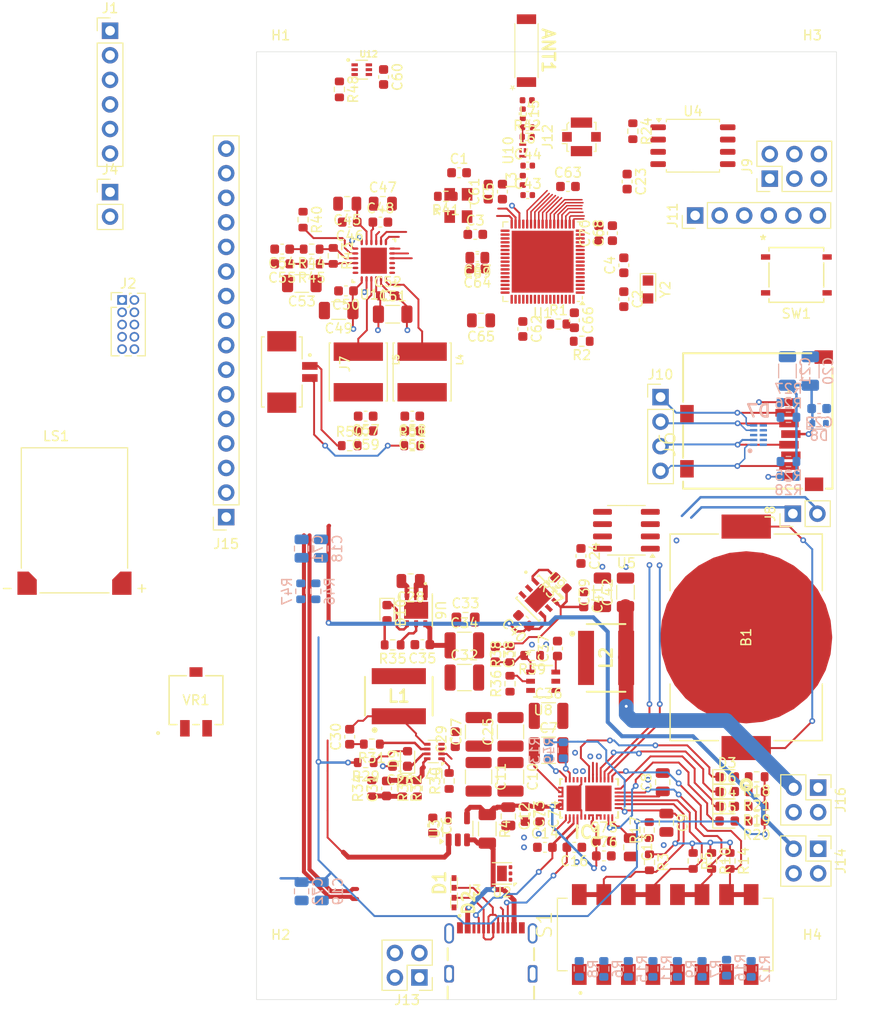
<source format=kicad_pcb>
(kicad_pcb (version 20240108) (generator "pcbnew") (generator_version "8.0")
  (layers (0 "F.Cu" signal) (1 "In1.Cu" signal) (2 "In2.Cu" signal) (31 "B.Cu" signal) (34 "B.Paste" user) (35 "F.Paste" user) (36 "B.SilkS" user "B.Silkscreen") (37 "F.SilkS" user "F.Silkscreen") (38 "B.Mask" user) (39 "F.Mask" user) (44 "Edge.Cuts" user))
  (net 0 "")
  (net 1 "GND")
  (net 2 "/3V3_RTC")
  (net 3 "/OSC_IN")
  (net 4 "/OSC32_IN")
  (net 5 "/OSC_OUT")
  (net 6 "/OSC32_OUT")
  (net 7 "+3V3")
  (net 8 "/VBUS_MAIN")
  (net 9 "Net-(IC1-LDO_1V5)")
  (net 10 "LDO_3V3")
  (net 11 "/Power/VIN_3V3")
  (net 12 "/Power/USB_CC1")
  (net 13 "/Power/USB_CC2")
  (net 14 "/DC-DC Converter/BUCK_SS{slash}PG")
  (net 15 "Net-(C30-Pad1)")
  (net 16 "/DC-DC Converter/BUCK_SW")
  (net 17 "Net-(U7-FB)")
  (net 18 "Net-(C31-Pad1)")
  (net 19 "/DC-DC Converter/BUCK_OUT")
  (net 20 "Net-(U8-BST)")
  (net 21 "Net-(U8-SW)")
  (net 22 "Net-(U8-FB)")
  (net 23 "+5V")
  (net 24 "+1V8")
  (net 25 "/RF1")
  (net 26 "/RF Block/RF_50_OHM")
  (net 27 "Net-(U11-HPOUT)")
  (net 28 "/Audio/HPOUT_P")
  (net 29 "Net-(C54-Pad1)")
  (net 30 "/Audio/AINL_IN")
  (net 31 "Net-(C55-Pad1)")
  (net 32 "/Audio/AINR_IN")
  (net 33 "/Audio/SPK_OUT_P")
  (net 34 "Net-(C57-Pad2)")
  (net 35 "/USB_D+")
  (net 36 "/USB_D-")
  (net 37 "Net-(D3-A)")
  (net 38 "/Power/PLUG_FLIP")
  (net 39 "/Power/PDO_MISMATCH")
  (net 40 "Net-(D4-A)")
  (net 41 "/Power/PLUG_EVENT")
  (net 42 "Net-(D5-A)")
  (net 43 "/Power/DBG_ACC")
  (net 44 "Net-(D6-A)")
  (net 47 "/SPI1_SCK")
  (net 49 "/SPI1_NSS")
  (net 51 "Net-(D9-A)")
  (net 52 "Net-(D10-A)")
  (net 53 "/DC-DC Converter/PG_DRAIN")
  (net 54 "/Power/DRAIN")
  (net 55 "/Power/~{SINK_EN}")
  (net 56 "/I2C_SDA")
  (net 57 "/Power/ADCIN1")
  (net 58 "/Power/ADCIN4")
  (net 59 "/Power/VBUS_RAW-2")
  (net 60 "/Power/ADCIN2")
  (net 61 "/I2C_SCL")
  (net 62 "/Power/ADCIN3")
  (net 64 "unconnected-(J3-SBU1-PadA8)")
  (net 65 "/Serial Memory/DAT1")
  (net 66 "/SPI1_MISO")
  (net 67 "/Serial Memory/DAT2")
  (net 68 "/SPI1_MOSI")
  (net 69 "Net-(J7-Pad1)")
  (net 70 "Net-(J7-Pad2)")
  (net 71 "/Audio/SPKP")
  (net 72 "/Audio/SPKM")
  (net 73 "/Power/VBUS_RAW-1")
  (net 74 "/Power/ADCIN1-A")
  (net 75 "/Power/ADCIN3-A")
  (net 76 "/Power/ADCIN1-B")
  (net 77 "/Power/ADCIN3-B")
  (net 78 "/Power/ADCIN2-A")
  (net 79 "/Power/ADCIN4-A")
  (net 80 "/Power/ADCIN2-B")
  (net 81 "/Power/ADCIN4-B")
  (net 82 "/Character Display/V0")
  (net 83 "/QSPI_NCS")
  (net 84 "Net-(U7-RT)")
  (net 85 "Net-(U7-BST)")
  (net 86 "/+5V_EN")
  (net 87 "/+1V8_EN")
  (net 88 "/Audio/IOVDD")
  (net 89 "/USART_CTS")
  (net 90 "/Audio/AINR")
  (net 91 "/Audio/AINL")
  (net 92 "/STM_NRST")
  (net 96 "/SAI_SD_A")
  (net 97 "/SAI_SCK_A")
  (net 99 "unconnected-(U1-PB2-Pad27)")
  (net 104 "unconnected-(U1-PC4-Pad25)")
  (net 105 "/QSPI_IO3")
  (net 108 "/JTMS_SWDIO")
  (net 110 "/QSPI_CLK")
  (net 112 "/JTCLK_SWCLK")
  (net 113 "/QSPI_IO1")
  (net 114 "/QSPI_IO2")
  (net 117 "/USART_TX")
  (net 118 "/SAI_FS_A")
  (net 119 "unconnected-(U1-PA5-Pad20)")
  (net 120 "unconnected-(U1-PB10-Pad28)")
  (net 122 "/SAI_MCLK_A")
  (net 126 "/RX_TX_MOD_EXT_PA")
  (net 127 "/MCLK_OUT")
  (net 129 "/BOOT0")
  (net 130 "/USART_RX")
  (net 131 "unconnected-(U1-PC5-Pad26)")
  (net 132 "unconnected-(U1-PB11-Pad29)")
  (net 134 "/VBUS_SENSE")
  (net 135 "/QSPI_IO4")
  (net 136 "/EEPROM_WP")
  (net 137 "/DC-DC Converter/BUCK_EN")
  (net 140 "/RF Block/RF_ANTENNA")
  (net 141 "/Audio/INTx")
  (net 142 "/LCD_DB1")
  (net 143 "/LCD_EN")
  (net 144 "/Character Display/DB5")
  (net 145 "/LCD_R{slash}W")
  (net 146 "/Character Display/DB4")
  (net 147 "/LCD_REG_SEL")
  (net 148 "/LCD_DB2")
  (net 149 "/LCD_DB0")
  (net 150 "/Character Display/DB7")
  (net 151 "/LCD_DB3")
  (net 152 "/Character Display/DB6")
  (net 153 "/~{AUDIO_RST}")
  (net 154 "/TEMP_ALERT")
  (net 155 "/AUDIO_GPIO")
  (net 156 "/Power/~{FAULT_IN}")
  (net 157 "/USART_RTS")
  (net 159 "Net-(ANT1-Pad1)")
  (net 160 "Net-(J12-In)")
  (net 161 "/RESET")
  (net 163 "/VDD")
  (net 164 "/SWO")
  (net 165 "/NRST")
  (footprint "Connector_PinHeader_2.54mm:PinHeader_2x02_P2.54mm_Vertical" (layer "F.Cu") (at 111.3536 124.714 180)
    (property "Reference" "J13")
    (property "Value" "Conn_02x02_Counter_Clockwise")
  )
  (footprint "Capacitor_SMD:C_1210_3225Metric" (layer "F.Cu") (at 116.0018 93.7006)
    (property "Reference" "C32")
    (property "Value" "22 uF")
  )
  (footprint "Capacitor_SMD:C_1210_3225Metric" (layer "F.Cu") (at 120.777 103.9622 -90)
    (property "Reference" "C10")
    (property "Value" "22 uF")
  )
  (footprint "Capacitor_SMD:C_0402_1005Metric" (layer "F.Cu") (at 122.555 40.767)
    (property "Reference" "C44")
    (property "Value" "0.3 pF")
  )
  (footprint "Diode_SMD:D_0603_1608Metric" (layer "F.Cu") (at 143.192 108.5342)
    (property "Reference" "D5")
    (property "Value" "LED")
  )
  (footprint "Capacitor_SMD:C_1206_3216Metric" (layer "F.Cu") (at 102.997 55.753 180)
    (property "Reference" "C49")
    (property "Value" "22 uF")
  )
  (footprint "Capacitor_SMD:C_0603_1608Metric" (layer "F.Cu") (at 97.155 49.403 180)
    (property "Reference" "C54")
    (property "Value" "0.1 uF")
  )
  (footprint "MountingHole:MountingHole_3.2mm_M3" (layer "F.Cu") (at 97 31.5)
    (property "Reference" "H1")
    (property "Value" "MountingHole")
  )
  (footprint "jka_library:TAS2505IR" (layer "F.Cu") (at 106.634999 50.599001)
    (property "Reference" "U11")
    (property "Value" "TAS2505IRGER")
  )
  (footprint "Capacitor_SMD:C_0603_1608Metric" (layer "F.Cu") (at 126.7206 42.926)
    (property "Reference" "C63")
    (property "Value" "100 nF")
  )
  (footprint "jka_library:BATT_HLDR_LNX" (layer "F.Cu") (at 145.161 89.5404 90)
    (property "Reference" "B1")
    (property "Value" "BAT-HLD-001")
  )
  (footprint "Capacitor_SMD:C_0603_1608Metric" (layer "F.Cu") (at 129.921 47.765 90)
    (property "Reference" "C70")
    (property "Value" "100 nF")
  )
  (footprint "Resistor_SMD:R_0603_1608Metric" (layer "F.Cu") (at 120.7262 94.3356 90)
    (property "Reference" "R36")
    (property "Value" "10k")
  )
  (footprint "Resistor_SMD:R_0603_1608Metric" (layer "F.Cu") (at 146.24 103.9622 180)
    (property "Reference" "R18")
    (property "Value" "R_US")
  )
  (footprint "Resistor_SMD:R_0603_1608Metric" (layer "F.Cu") (at 102.438998 50.103 -90)
    (property "Reference" "R43")
    (property "Value" "0R")
  )
  (footprint "Capacitor_SMD:C_0603_1608Metric" (layer "F.Cu") (at 117.1324 47.879)
    (property "Reference" "C3")
    (property "Value" "6 pF")
  )
  (footprint "Connector_PinHeader_2.54mm:PinHeader_1x02_P2.54mm_Vertical" (layer "F.Cu") (at 149.987 76.7588 90)
    (property "Reference" "J8")
    (property "Value" "Conn_01x02_Pin")
  )
  (footprint "Capacitor_SMD:C_0603_1608Metric" (layer "F.Cu") (at 105.791 66.675 180)
    (property "Reference" "C57")
    (property "Value" "680 nF")
  )
  (footprint "Connector_PinHeader_2.54mm:PinHeader_1x06_P2.54mm_Vertical" (layer "F.Cu") (at 139.8778 45.9232 90)
    (property "Reference" "J11")
    (property "Value" "Conn_01x06_Pin")
  )
  (footprint "Capacitor_SMD:C_0603_1608Metric" (layer "F.Cu") (at 124.333 111.252)
    (property "Reference" "C14")
    (property "Value" "330 pF")
  )
  (footprint "Package_TO_SOT_SMD:SOT-583-8" (layer "F.Cu") (at 112.903 101.3442 180)
    (property "Reference" "U7")
    (property "Value" "TPS62933")
  )
  (footprint "Resistor_SMD:R_0603_1608Metric" (layer "F.Cu") (at 109.601 105.1542 -90)
    (property "Reference" "R32")
    (property "Value" "35k")
  )
  (footprint "jka_library:CMS-151135-078S" (layer "F.Cu") (at 75.6666 77.4446)
    (property "Reference" "LS1")
    (property "Value" "CMS-151135-078S")
  )
  (footprint "Capacitor_SMD:C_0805_2012Metric" (layer "F.Cu") (at 120.5484 108.0516 -90)
    (property "Reference" "C12")
    (property "Value" "4.7 uF")
  )
  (footprint "MountingHole:MountingHole_3.2mm_M3" (layer "F.Cu") (at 97 124.5)
    (property "Reference" "H2")
    (property "Value" "MountingHole")
  )
  (footprint "Resistor_SMD:R_0603_1608Metric" (layer "F.Cu") (at 133.433 37.211 -90)
    (property "Reference" "R24")
    (property "Value" "10k")
  )
  (footprint "jka_library:SRP6060FA5R6M" (layer "F.Cu") (at 130.665451 91.6686 90)
    (property "Reference" "L2")
    (property "Value" "6.8 uH" (hide yes))
  )
  (footprint "Capacitor_SMD:C_0805_2012Metric" (layer "F.Cu") (at 117.729 56.769 180)
    (property "Reference" "C65")
    (property "Value" "4.7 uF")
  )
  (footprint "Resistor_SMD:R_0603_1608Metric" (layer "F.Cu") (at 103.0746 32.8873 -90)
    (property "Reference" "R48")
    (property "Value" "5k")
  )
  (footprint "Resistor_SMD:R_0603_1608Metric" (layer "F.Cu") (at 146.24 108.5342 180)
    (property "Reference" "R20")
    (property "Value" "R_US")
  )
  (footprint "Capacitor_SMD:C_0402_1005Metric" (layer "F.Cu") (at 122.047 35.4076 -90)
    (property "Reference" "C15")
    (property "Value" "0.8 pF")
  )
  (footprint "jka_library:DPY_R-PX1SON-N2_" (layer "F.Cu") (at 114.935 116.967 -90)
    (property "Reference" "D2")
    (property "Value" "ESD321DPYR" (hide yes))
  )
  (footprint "MountingHole:MountingHole_3.2mm_M3" (layer "F.Cu") (at 152 124.5)
    (property "Reference" "H4")
    (property "Value" "MountingHole")
  )
  (footprint "jka_library:SW_4-1825059-2" (layer "F.Cu") (at 136.779 120.269 90)
    (property "Reference" "S1")
    (property "Value" "4-1825059-2")
  )
  (footprint "Capacitor_SMD:C_0603_1608Metric" (layer "F.Cu") (at 108.077 54.229)
    (property "Reference" "C52")
    (property "Value" "100 nF")
  )
  (footprint "Capacitor_SMD:C_0603_1608Metric" (layer "F.Cu") (at 109.347 102.8682 180)
    (property "Reference" "C26")
    (property "Value" "6.8 nF" (hide yes))
  )
  (footprint "Capacitor_SMD:C_1206_3216Metric" (layer "F.Cu") (at 108.585 56.134)
    (property "Reference" "C51")
    (property "Value" "22 uF")
  )
  (footprint "Connector_PinSocket_2.54mm:PinSocket_1x16_P2.54mm_Vertical" (layer "F.Cu") (at 91.3638 77.1144 180)
    (property "Reference" "J15")
    (property "Value" "Conn_01x16_Socket")
  )
  (footprint "Capacitor_SMD:C_1206_3216Metric" (layer "F.Cu") (at 130.284451 84.8868 90)
    (property "Reference" "C39")
    (property "Value" "22 uF")
  )
  (footprint "Capacitor_SMD:C_0603_1608Metric" (layer "F.Cu") (at 110.617 66.675 180)
    (property "Reference" "C58")
    (property "Value" "100 nF")
  )
  (footprint "jka_library:SON_DFN6_3X3_STM-L" (layer "F.Cu") (at 111.013199 86.741 -90)
    (property "Reference" "U6")
    (property "Value" "LD39200PU33R")
  )
  (footprint "Capacitor_SMD:C_0603_1608Metric" (layer "F.Cu") (at 127.381 56.756 -90)
    (property "Reference" "C66")
    (property "Value" "100 nF")
  )
  (footprint "Capacitor_SMD:C_0603_1608Metric" (layer "F.Cu") (at 107.95 105.1672 90)
    (property "Reference" "C31")
    (property "Value" "10 pF")
  )
  (footprint "Resistor_SMD:R_0603_1608Metric" (layer "F.Cu") (at 104.14 69.723)
    (property "Reference" "R50")
    (property "Value" "0R")
  )
  (footprint "Resistor_SMD:R_0603_1608Metric" (layer "F.Cu") (at 139.6746 112.6622 -90)
    (property "Reference" "R5")
    (property "Value" "100k")
  )
  (footprint "Capacitor_SMD:C_0603_1608Metric" (layer "F.Cu") (at 117.348 50.419 180)
    (property "Reference" "C69")
    (property "Value" "10 nF")
  )
  (footprint "Capacitor_SMD:C_0402_1005Metric" (layer "F.Cu") (at 122.5016 36.8046 180)
    (property "Reference" "L6")
    (property "Value" "L")
  )
  (footprint "Resistor_SMD:R_0603_1608Metric" (layer "F.Cu") (at 114.0844 43.942 180)
    (property "Reference" "R41")
    (property "Value" "0k")
  )
  (footprint "Connector_PinHeader_1.27mm:PinHeader_2x05_P1.27mm_Vertical" (layer "F.Cu") (at 80.5942 54.6608)
    (property "Reference" "J2")
    (property "Value" "Conn_02x05_Odd_Even")
  )
  (footprint "Capacitor_SMD:C_1210_3225Metric" (layer "F.Cu") (at 120.777 99.3122 90)
    (property "Reference" "C25")
    (property "Value" "10 uF")
  )
  (footprint "Capacitor_SMD:C_0603_1608Metric" (layer "F.Cu") (at 131.318 47.752 90)
    (property "Reference" "C68")
    (property "Value" "1 uF")
  )
  (footprint "Capacitor_SMD:C_0603_1608Metric" (layer "F.Cu") (at 125.636251 90.7034 90)
    (property "Reference" "C37")
    (property "Value" "100 nF")
  )
  (footprint "Capacitor_SMD:C_0603_1608Metric" (layer "F.Cu") (at 118.4656 43.4594 90)
    (property "Reference" "C61")
    (property "Value" "100 nF")
  )
  (footprint "jka_library:TPS25730DREFR" (layer "F.Cu") (at 128.905 106.192 180)
    (property "Reference" "IC1")
    (property "Value" "TPS25730DREFR" (hide yes))
  )
  (footprint "Capacitor_SMD:C_0402_1005Metric" (layer "F.Cu") (at 122.555 43.815)
    (property "Reference" "C43")
    (property "Value" "0.8 pF")
  )
  (footprint "Capacitor_SMD:C_0603_1608Metric" (layer "F.Cu") (at 122.301 107.823 -90)
    (property "Reference" "C73")
    (property "Value" "10 nF")
  )
  (footprint "Capacitor_SMD:C_0805_2012Metric" (layer "F.Cu") (at 103.886 44.704 180)
    (property "Reference" "C45")
    (property "Value" "10 uF")
  )
  (footprint "Capacitor_SMD:C_1210_3225Metric" (layer "F.Cu") (at 124.714 97.663)
    (property "Reference" "C36")
    (property "Value" "10 uF")
  )
  (footprint "Resistor_SMD:R_0603_1608Metric" (layer "F.Cu") (at 123.0122 91.4146 180)
    (property "Reference" "R39")
    (property "Value" "30.1k")
  )
  (footprint "jka_library:SOT_10KLFTR_BIT" (layer "F.Cu") (at 88.2396 96.0374)
    (property "Reference" "VR1")
    (property "Value" "23BR10KLFTR")
  )
  (footprint "jka_library:TSOT6_AP63300WU-7_DIO" (layer "F.Cu") (at 124.1552 94.0816)
    (property "Reference" "U8")
    (property "Value" "AP63300WU-7")
  )
  (footprint "Inductor_SMD:L_0402_1005Metric" (layer "F.Cu") (at 122.5042 34.0106 180)
    (property "Reference" "L7")
    (property "Value" "7.3 nH")
  )
  (footprint "Resistor_SMD:R_0603_1608Metric" (layer "F.Cu") (at 143.4846 112.6622 -90)
    (property "Reference" "R14")
    (property "Value" "100k")
  )
  (footprint "Capacitor_SMD:C_1210_3225Metric" (layer "F.Cu") (at 116.0018 90.3732)
    (property "Reference" "C34")
    (property "Value" "22 uF")
  )
  (footprint "Resistor_SMD:R_0603_1608Metric" (layer "F.Cu") (at 141.5796 112.6622 -90)
    (property "Reference" "R10")
    (property "Value" "100k")
  )
  (footprint "jka_library:GCT_USB4105-GF-A" (layer "F.Cu") (at 118.745 124.333)
    (property "Reference" "J3")
    (property "Value" "USB_C_Receptacle_USB2.0_16P")
  )
  (footprint "Diode_SMD:D_0603_1608Metric" (layer "F.Cu") (at 143.192 107.0102)
    (property "Reference" "D4")
    (property "Value" "LED")
  )
  (footprint "Capacitor_SMD:C_0805_2012Metric" (layer "F.Cu") (at 136.525 104.521 90)
    (property "Reference" "C8")
    (property "Value" "4.7 uF")
  )
  (footprint "Resistor_SMD:R_0603_1608Metric" (layer "F.Cu") (at 106.426 105.1542 90)
    (property "Reference" "R34")
    (property "Value" "0R")
  )
  (footprint "Capacitor_SMD:C_1206_3216Metric" (layer "F.Cu") (at 99.187 52.959 180)
    (property "Reference" "C53")
    (property "Value" "47 uF")
  )
  (footprint "Resistor_SMD:R_0603_1608Metric" (layer "F.Cu") (at 146.2401 105.4962 180)
    (property "Reference" "R21")
    (property "Value" "R_US")
  )
  (footprint "Resistor_SMD:R_0603_1608Metric" (layer "F.Cu") (at 146.24 107.0102 180)
    (property "Reference" "R19")
    (property "Value" "R_US")
  )
  (footprint "Connector_Coaxial:U.FL_Molex_MCRF_73412-0110_Vertical" (layer "F.Cu") (at 128.1176 37.7952 -90)
    (property "Reference" "J12")
    (property "Value" "Conn_Coaxial")
  )
  (footprint "Capacitor_SMD:C_1210_3225Metric" (layer "F.Cu") (at 117.475 99.3122 90)
    (property "Reference" "C27")
    (property "Value" "10 uF")
  )
  (footprint "Diode_SMD:D_0603_1608Metric" (layer "F.Cu") (at 108.0008 86.995 -90)
    (property "Reference" "D10")
    (property "Value" "LED")
  )
  (footprint "Resistor_SMD:R_0603_1608Metric" (layer "F.Cu") (at 110.617 69.723)
    (property "Reference" "R51")
    (property "Value" "0R")
  )
  (footprint "Capacitor_SMD:C_1210_3225Metric" (layer "F.Cu") (at 124.714 101.219)
    (property "Reference" "C7")
    (property "Value" "22 uF")
  )
  (footprint "Resistor_SMD:R_0603_1608Metric" (layer "F.Cu") (at 100.203 50.927 180)
    (property "Reference" "R45")
    (property "Value" "0R")
  )
  (footprint "jka_library:DLF-4_1P6X0P8" (layer "F.Cu") (at 122.047 39.1922 90)
    (property "Reference" "U10")
    (property "Value" "DLF162500LT-5028A1")
  )
  (footprint "Resistor_SMD:R_0603_1608Metric" (layer "F.Cu") (at 125.73 57.15)
    (property "Reference" "R1")
    (property "Value" "10k")
  )
  (footprint "Capacitor_SMD:C_0805_2012Metric" (layer "F.Cu") (at 136.906 108.712 -90)
    (property "Reference" "C9")
    (property "Value" "10 uF")
  )
  (footprint "Capacitor_SMD:C_0603_1608Metric" (layer "F.Cu") (at 115.062 100.0742 90)
    (property "Reference" "C29")
    (property "Value" "0.1 uF")
  )
  (footprint "Capacitor_SMD:C_0603_1608Metric" (layer "F.Cu") (at 105.791 68.199 180)
    (property "Reference" "C59")
    (property "Value" "100 nF")
  )
  (footprint "Capacitor_SMD:C_0805_2012Metric" (layer "F.Cu") (at 133.223 111.252 -90)
    (property "Reference" "C13")
    (property "Value" "10 uF")
  )
  (footprint "Capacitor_SMD:C_0603_1608Metric" (layer "F.Cu") (at 123.825 107.823 -90)
    (property "Reference" "C74")
    (property "Value" "10 nF")
  )
  (footprint "Diode_SMD:D_0603_1608Metric" (layer "F.Cu") (at 143.192 103.9622)
    (property "Reference" "D3")
    (property "Value" "LED")
  )
  (footprint "Resistor_SMD:R_0603_1608Metric" (layer "F.Cu") (at 100.203 49.403 180)
    (property "Reference" "R44")
    (property "Value" "0R")
  )
  (footprint "jka_library:PTS526SK15SMTR2 LFS" (layer "F.Cu") (at 150.34895 52.07)
    (property "Reference" "SW1")
    (property "Value" "PTS526 SK15 SMTR2 LFS")
  )
  (footprint "Capacitor_SMD:C_0603_1608Metric" (layer "F.Cu") (at 97.155 50.927 180)
    (property "Reference" "C55")
    (property "Value" "0.1 uF")
  )
  (footprint "Capacitor_SMD:C_0603_1608Metric" (layer "F.Cu") (at 107.315 46.609)
    (property "Reference" "C48")
    (property "Value" "100 nF")
  )
  (footprint "Resistor_SMD:R_0603_1608Metric" (layer "F.Cu") (at 125.991851 83.9216 135)
    (property "Reference" "R37")
    (property "Value" "10k")
  )
  (footprint "Capacitor_SMD:C_0603_1608Metric" (layer "F.Cu") (at 110.617 68.199 180)
    (property "Reference" "C56")
    (property "Value" "680 nF")
  )
  (footprint "Capacitor_SMD:C_0603_1608Metric" (layer "F.Cu") (at 128.0668 81.1276 -90)
    (property "Reference" "C24")
    (property "Value" "100 nF")
  )
  (footprint "Capacitor_SMD:C_0603_1608Metric" (layer "F.Cu") (at 117.348 50.165 180)
    (property "Reference" "C67")
    (property "Value" "1 uF")
  )
  (footprint "Capacitor_SMD:C_0603_1608Metric" (layer "F.Cu") (at 119.2022 91.2876 -90)
    (property "Reference" "C38")
    (property "Value" "47 pF")
  )
  (footprint "Capacitor_SMD:C_0603_1608Metric" (layer "F.Cu") (at 107.6466 31.6043 -90)
    (property "Reference" "C60")
    (property "Value" "10 nF")
  )
  (footprint "jka_library:GCT_MEM2061-01-188-00-A_REVA" (layer "F.Cu") (at 146.3562 67.1672 90)
    (property "Reference" "J6")
    (property "Value" "Micro_SD_Card")
  )
  (footprint "Resistor_SMD:R_0603_1608Metric" (layer "F.Cu") (at 108.585 90.3224 180)
    (property "Reference" "R35")
    (property "Value" "R_US")
  )
  (footprint "Capacitor_SMD:C_0603_1608Metric" (layer "F.Cu") (at 117.348 51.435 180)
    (property "Reference" "C64")
    (property "Value" "100 nF")
  )
  (footprint "Connector_PinHeader_2.54mm:PinHeader_1x04_P2.54mm_Vertical" (layer "F.Cu") (at 136.2964 64.7038)
    (property "Reference" "J10")
    (property "Value" "Conn_01x04_Pin")
  )
  (footprint "jka_library:AMCA722R470GS1FT4" (layer "F.Cu") (at 122.428 28.8798 180)
    (property "Reference" "ANT1")
    (property "Value" "AMCA72-2R470G-S1F-T4" (hide yes))
  )
  (footprint "Capacitor_SMD:C_0603_1608Metric" (layer "F.Cu") (at 130.429 112.141)
    (property "Reference" "C76")
    (property "Value" "10 nF")
  )
  (footprint "Package_SO:SOIC-8_3.9x4.9mm_P1.27mm" (layer "F.Cu") (at 132.7658 78.4718 180)
    (property "Reference" "U5")
    (property "Value" "CAT24C256")
  )
  (footprint "Capacitor_SMD:C_0603_1608Metric" (layer "F.Cu") (at 132.842 42.418 -90)
    (property "Reference" "C23")
    (property "Value" "100 nF")
  )
  (footprint "Capacitor_SMD:C_0805_2012Metric" (layer "F.Cu") (at 110.4392 83.7184 180)
    (property "Reference" "C28")
    (property "Value" "10 uF")
  )
  (footprint "Capacitor_SMD:C_0603_1608Metric" (layer "F.Cu") (at 122.047 57.658 -90)
    (property "Reference" "C62")
    (property "Value" "100 nF")
  )
  (footprint "Resistor_SMD:R_0603_1608Metric" (layer "F.Cu") (at 99.314 46.355 -90)
    (property "Reference" "R40")
    (property "Value" "10k")
  )
  (footprint "Resistor_SMD:R_0603_1608Metric" (layer "F.Cu") (at 105.791 102.4872 180)
    (property "Reference" "R29")
    (property "Value" "R")
  )
  (footprint "Capacitor_SMD:C_1206_3216Metric" (layer "F.Cu") (at 132.672051 84.8868 90)
    (property "Reference" "C42")
    (property "Value" "22 uF")
  )
  (footprint "Connector_PinHeader_2.54mm:PinHeader_2x02_P2.54mm_Vertical" (layer "F.Cu") (at 152.6032 105.0798 -90)
    (property "Reference" "J16")
    (property "Value" "Conn_02x02_Counter_Clockwise")
  )
  (footprint "Capacitor_SMD:C_0603_1608Metric" (layer "F.Cu") (at 111.6584 90.297 180)
    (property "Reference" "C35")
    (property "Value" "0.1 uF")
  )
  (footprint "jka_library:SRP6060FA5R6M" (layer "F.Cu") (at 109.22 95.6292 180)
    (property "Reference" "L1")
    (property "Value" "5.6 uH" (hide yes))
  )
  (footprint "Diode_SMD:D_0603_1608Metric" (layer "F.Cu") (at 110.122 102.1062 90)
    (property "Reference" "D9")
    (property "Value" "LED")
  )
  (footprint "Crystal:Crystal_SMD_2012-2Pin_2.0x1.2mm_HandSoldering" (layer "F.Cu") (at 135 53.575 -90)
    (property "Reference" "Y2")
    (property "Value" "ECS-.327-9-12R-TR")
  )
  (footprint "Capacitor_SMD:C_0603_1608Metric" (layer "F.Cu") (at 127.381 111.252 180)
    (property "Reference" "C16")
    (property "Value" "330 pF")
  )
  (footprint "jka_library:IND_VLS6045AF-220M" (layer "F.Cu") (at 105.029 62.103 -90)
    (property "Reference" "L5")
    (property "Value" "VLS6045AF-220M")
  )
  (footprint "jka_library:DPY_R-PX1SON-N2_" (layer "F.Cu") (at 114.935 114.935 90)
    (property "Reference" "D1")
    (property "Value" "ESD321DPYR" (hide yes))
  )
  (footprint "Resistor_SMD:R_0603_1608Metric" (layer "F.Cu") (at 114.427 104.3922 90)
    (property "Reference" "R30")
    (property "Value" "50k")
  )
  (footprint "Capacitor_SMD:C_0805_2012Metric" (layer "F.Cu") (at 116.1288 87.7062)
    (property "Reference" "C33")
    (property "Value" "10 uF")
  )
  (footprint "Capacitor_SMD:C_0603_1608Metric" (layer "F.Cu") (at 104.14 99.8202 90)
    (property "Reference" "C30")
    (property "Value" "0.1 uF")
  )
  (footprint "Capacitor_SMD:C_0805_2012Metric" (layer "F.Cu") (at 107.569 44.704)
    (property "Reference" "C47")
    (property "Value" "10 uF")
  )
  (footprint "Capacitor_SMD:C_0603_1608Metric" (layer "F.Cu") (at 119.9388 43.4594 90)
    (property "Reference" "C5")
    (property "Value" "100 pF")
  )
  (footprint "Connector_PinHeader_2.54mm:PinHeader_2x03_P2.54mm_Vertical" (layer "F.Cu") (at 147.5994 42.1132 90)
    (property "Reference" "J9")
    (property "Value" "Conn_01x06_Pin")
  )
  (footprint "jka_library:MOLEX_0532610271" (layer "F.Cu") (at 100.017 62.103 -90)
    (property "Reference" "J7")
    (property "Value" "0532610271")
  )
  (footprint "Resistor_SMD:R_0603_1608Metric" (layer "F.Cu") (at 135.1534 112.8014 -90)
    (property "Reference" "R3")
    (property "Value" "100k")
  )
  (footprint "Capacitor_SMD:C_1210_3225Metric" (layer "F.Cu") (at 117.475 103.9622 -90)
    (property "Reference" "C11")
    (property "Value" "10 uF")
  )
  (footprint "Capacitor_SMD:C_0603_1608Metric" (layer "F.Cu") (at 112.7365 108.9914 -90)
    (property "Reference" "C6")
    (property "Value" "100 nF")
  )
  (footprint "Package_DFN_QFN:QFN-68-1EP_8x8mm_P0.4mm_EP6.4x6.4mm" (layer "F.Cu") (at 124.1 50.7 180)
    (property "Reference" "U1")
    (property "Value" "STM32WB55RCVx")
  )
  (footprint "Capacitor_SMD:C_0603_1608Metric" (layer "F.Cu") (at 115.456 41.5036)
    (property "Reference" "C1")
    (property "Value" "6 pF")
  )
  (footprint "Resistor_SMD:R_0402_1005Metric" (layer "F.Cu") (at 122.5042 37.7952)
    (property "Reference" "R42")
    (property "Value" "0R")
  )
  (footprint "Resistor_SMD:R_0603_1608Metric" (layer "F.Cu") (at 111.125 105.1542 90)
    (property "Reference" "R33")
    (property "Value" "10k")
  )
  (footprint "Resistor_SMD:R_0603_1608Metric" (layer "F.Cu") (at 128.143 58.928 180)
    (property "Reference" "R2")
    (property "Value" "10k")
  )
  (footprint "Package_SON:WSON-6-1EP_2x2mm_P0.65mm_EP1x1.6mm" (layer "F.Cu") (at 119.888 113.9508 180)
    (property "Reference" "U2")
    (property "Value" "TVS1800DRV")
  )
  (footprint "Capacitor_SMD:C_0603_1608Metric" (layer "F.Cu") (at 130.429 110.617)
    (property "Reference" "C75")
    (property "Value" "10 nF")
  )
  (footprint "Capacitor_SMD:C_0603_1608Metric" (layer "F.Cu") (at 128.354051 85.6234 -90)
    (property "Reference" "C41")
    (property "Value" "1 uF")
  )
  (footprint "jka_library:DFN6_3P1X3P1X0P95_STM" (layer "F.Cu") (at 123.71215 85.500003 -45)
    (property "Reference" "U9")
    (property "Value" "LDL112PV18R")
  )
  (footprint "Capacitor_SMD:C_1206_3216Metric" (layer "F.Cu") (at 118.3753 109.347 -90)
    (property "Reference" "R4")
    (property "Value" "0.025R")
  )
  (footprint "Capacitor_SMD:C_0603_1608Metric" (layer "F.Cu") (at 132.5 51.075 90)
    (property "Reference" "C4")
    (property "Value" "6 pF")
  )
  (footprint "Package_SO:SOP-8_5.28x5.23mm_P1.27mm" (layer "F.Cu") (at 139.6492 38.7096)
    (property "Reference" "U4")
    (property "Value" "MX25L12833FM2I")
  )
  (footprint "Capacitor_SMD:C_0603_1608Metric" (layer "F.Cu") (at 104.14 46.609 180)
    (property "Reference" "C46")
    (property "Value" "100 nF")
  )
  (footprint "Connector_PinHeader_2.54mm:PinHeader_1x06_P2.54mm_Vertical" (layer "F.Cu") (at 79.3496 26.8224)
    (property "Reference" "J1")
    (property "Value" "Conn_01x06_Pin")
  )
  (footprint "Resistor_SMD:R_0603_1608Metric" (layer "F.Cu") (at 120.7262 91.2876 90)
    (property "Reference" "R38")
    (property "Value" "158k")
  )
  (footprint "MountingHole:MountingHole_3.2mm_M3" (layer "F.Cu") (at 152 31.5)
    (property "Reference" "H3")
    (property "Value" "MountingHole")
  )
  (footprint "jka_library:XTAL_ECS-320-8-33-RWY-TR" (layer "F.Cu") (at 115.3844 44.888 90)
    (property "Reference" "Y1")
    (property "Value" "ECS-320-8-33-RWY-TR")
  )
  (footprint "Inductor_SMD:L_0402_1005Metric" (layer "F.Cu") (at 122.047 42.291 90)
    (property "Reference" "L3")
    (property "Value" "2.7 nH")
  )
  (footprint "Resistor_SMD:R_0603_1608Metric" (layer "F.Cu") (at 135.128 109.474 90)
    (property "Reference" "R17")
    (property "Value" "0")
  )
  (footprint "Diode_SMD:D_0603_1608Metric" (layer "F.Cu") (at 143.192 105.4862)
    (property "Reference" "D6")
    (property "Value" "LED")
  )
  (footprint "Connector_PinHeader_2.54mm:PinHeader_2x02_P2.54mm_Vertical" (layer "F.Cu") (at 152.6032 111.4044 -90)
    (property "Reference" "J14")
    (property "Value" "Conn_02x02_Counter_Clockwise")
  )
  (footprint "jka_library:IND_VLS6045AF-220M" (layer "F.Cu") (at 111.633 62.103 -90)
    (property "Reference" "L4")
    (property "Value" "VLS6045AF-220M")
  )
  (footprint "Connector_PinHeader_2.54mm:PinHeader_1x02_P2.54mm_Vertical" (layer "F.Cu") (at 79.3496 43.5052)
    (property "Reference" "J4")
    (property "Value" "Conn_01x02_Pin")
  )
  (footprint "Capacitor_SMD:C_0603_1608Metric" (layer "F.Cu") (at 122.145099 87.819152 135)
    (property "Reference" "C40")
    (property "Value" "1 uF")
  )
  (footprint "Resistor_SMD:R_0603_1608Metric" (layer "F.Cu") (at 106.426 100.5822 180)
    (property "Reference" "R31")
    (property "Value" "1R")
  )
  (footprint "Package_TO_SOT_SMD:SOT-23-5" (layer "F.Cu") (at 115.3273 109.347 90)
    (property "Reference" "U3")
    (property "Value" "INA180A1")
  )
  (footprint "Capacitor_SMD:C_0603_1608Metric" (layer "F.Cu") (at 132.5 54.575 -90)
    (property "Reference" "C2")
    (property "Value" "6 pF")
  )
  (footprint "jka_library:SOT50P160X60-6N" (layer "F.Cu") (at 105.3876 30.8473)
    (property "Reference" "U12")
    (property "Value" "TMP1075NDRLR")
  )
  (footprint "Capacitor_SMD:C_0603_1608Metric" (layer "F.Cu") (at 103.759 53.721 180)
    (property "Reference" "C50")
    (property "Value" "100 nF")
  )
  (footprint "Resistor_SMD:R_0603_1608Metric" (layer "B.Cu") (at 130.429 123.825 90)
    (property "Reference" "R6")
    (property "Value" "1k")
  )
  (footprint "Resistor_SMD:R_0603_1608Metric" (layer "B.Cu") (at 149.5327 66.7922 180)
    (property "Reference" "R26")
    (property "Value" "10k")
  )
  (footprint "Resistor_SMD:R_0603_1608Metric" (layer "B.Cu") (at 145.669 123.825 90)
    (property "Reference" "R12")
    (property "Value" "1k")
  )
  (footprint "Capacitor_SMD:C_0805_2012Metric" (layer "B.Cu") (at 101.1682 80.3656 90)
    (property "Reference" "C18")
    (property "Value" "1 uF")
  )
  (footprint "Resistor_SMD:R_0603_1608Metric" (layer "B.Cu") (at 127.889 123.825 90)
    (property "Reference" "R8")
    (property "Value" "5.1k")
  )
  (footprint "Capacitor_SMD:C_0805_2012Metric" (layer "B.Cu") (at 101.2444 115.7986 90)
    (property "Reference" "C19")
    (property "Value" "1 uF")
  )
  (footprint "Capacitor_SMD:C_1206_3216Metric" (layer "B.Cu") (at 149.4282 62.0014 90)
    (property "Reference" "C21")
    (property "Value" "22 uF")
  )
  (footprint "Resistor_SMD:R_0603_1608Metric" (layer "B.Cu") (at 126.238 101.219 -90)
    (property "Reference" "R49")
    (property "Value" "10k")
  )
  (footprint "Diode_SMD:D_SOD-523" (layer "B.Cu") (at 152.7048 67.4116)
    (property "Reference" "D8")
    (property "Value" "ESD5Zxx")
  )
  (footprint "Resistor_SMD:R_0603_1608Metric" (layer "B.Cu") (at 100.6348 84.7852 90)
    (property "Reference" "R46")
    (property "Value" "5k")
  )
  (footprint "Capacitor_SMD:C_1206_3216Metric" (layer "B.Cu") (at 151.7904 62.0014 90)
    (property "Reference" "C20")
    (property "Value" "22 uF")
  )
  (footprint "Resistor_SMD:R_0603_1608Metric" (layer "B.Cu") (at 132.969 123.825 90)
    (property "Reference" "R15")
    (property "Value" "23.2k")
  )
  (footprint "Resistor_SMD:R_0603_1608Metric" (layer "B.Cu") (at 149.5327 72.8882)
    (property "Reference" "R28")
    (property "Value" "10k")
  )
  (footprint "Capacitor_SMD:C_0805_2012Metric" (layer "B.Cu") (at 99.1616 115.7986 90)
    (property "Reference" "C72")
    (property "Value" "10 uF")
  )
  (footprint "Resistor_SMD:R_0603_1608Metric" (layer "B.Cu") (at 99.0854 84.7852 -90)
    (property "Reference" "R47")
    (property "Value" "5k")
  )
  (footprint "Resistor_SMD:R_0603_1608Metric" (layer "B.Cu") (at 140.589 123.825 90)
    (property "Reference" "R7")
    (property "Value" "5.1k")
  )
  (footprint "Resistor_SMD:R_0603_1608Metric" (layer "B.Cu") (at 138.049 123.825 90)
    (property "Reference" "R9")
    (property "Value" "23.2k")
  )
  (footprint "Resistor_SMD:R_0603_1608Metric" (layer "B.Cu") (at 149.5327 71.3642)
    (property "Reference" "R25")
    (property "Value" "10k")
  )
  (footprint "Resistor_SMD:R_0603_1608Metric" (layer "B.Cu") (at 135.509 123.825 90)
    (property "Reference" "R11")
    (property "Value" "5.1k")
  )
  (footprint "Resistor_SMD:R_0603_1608Metric" (layer "B.Cu") (at 149.5327 65.2682 180)
    (property "Reference" "R27")
    (property "Value" "10k")
  )
  (footprint "Capacitor_SMD:C_0603_1608Metric" (layer "B.Cu") (at 152.7048 65.8876)
    (property "Reference" "C22")
    (property "Value" "100 nF")
  )
  (footprint "Resistor_SMD:R_0603_1608Metric" (layer "B.Cu") (at 143.129 123.698 90)
    (property "Reference" "R16")
    (property "Value" "5.1k")
  )
  (footprint "jka_library:SON50P100X250X50-10N" (layer "B.Cu") (at 146.431 68.6308)
    (property "Reference" "D7")
    (property "Value" "PUSB3AB4Z" (hide yes))
  )
  (footprint "Capacitor_SMD:C_0805_2012Metric" (layer "B.Cu") (at 99.1616 80.3656 90)
    (property "Reference" "C71")
    (property "Value" "10 uF")
  )
  (footprint "Resistor_SMD:R_0603_1608Metric" (layer "B.Cu") (at 124.714 101.219 -90)
    (property "Reference" "R13")
    (property "Value" "10k")
  )
  (gr_rect (start 94.5 29) (end 154.5 127) (stroke (width 0.05)) (fill none) (layer "Edge.Cuts"))
  (via (at 130.4036 113.4364) (size 0.6) (drill 0.3) (layers "F.Cu" "B.Cu") (net 0))
  (via (at 127.635 112.776) (size 0.6) (drill 0.3) (layers "F.Cu" "B.Cu") (net 0))
  (via (at 127.459264 101.473) (size 0.6) (drill 0.3) (layers "F.Cu" "B.Cu") (net 0))
  (via (at 124.467851 90.2716) (size 0.6) (drill 0.3) (layers "F.Cu" "B.Cu") (net 0))
  (via (at 136.6266 111.0234) (size 0.6) (drill 0.3) (layers "F.Cu" "B.Cu") (net 0))
  (via (at 132.722851 82.2706) (size 0.6) (drill 0.3) (layers "F.Cu" "B.Cu") (net 0))
  (via (at 127.508 103.378) (size 0.6) (drill 0.3) (layers "F.Cu" "B.Cu") (net 0))
  (via (at 122.994651 90.297) (size 0.6) (drill 0.3) (layers "F.Cu" "B.Cu") (net 0))
  (via (at 123.698 109.855) (size 0.6) (drill 0.3) (layers "F.Cu" "B.Cu") (net 0))
  (via (at 122.174 110.236) (size 0.6) (drill 0.3) (layers "F.Cu" "B.Cu") (net 0))
  (via (at 135.001 104.267) (size 0.6) (drill 0.3) (layers "F.Cu" "B.Cu") (net 0))
  (via (at 128.27 103.378) (size 0.6) (drill 0.3) (layers "F.Cu" "B.Cu") (net 0))
  (via (at 122.174 111.252) (size 0.6) (drill 0.3) (layers "F.Cu" "B.Cu") (net 0))
  (via (at 130.284451 82.2452) (size 0.6) (drill 0.3) (layers "F.Cu" "B.Cu") (net 0))
  (via (at 138.176 103.505) (size 0.6) (drill 0.3) (layers "F.Cu" "B.Cu") (net 0))
  (via (at 137.9474 79.5274) (size 0.6) (drill 0.3) (layers "F.Cu" "B.Cu") (net 0))
  (segment (start 121.7 45.6778) (end 121.7 46.8125) (width 0.2) (layer "F.Cu") (net 1))
  (segment (start 126.505 108.117) (end 126.505 108.445) (width 0.2) (layer "F.Cu") (net 1))
  (segment (start 107.385 53.029) (end 108.585 54.229) (width 0.2) (layer "F.Cu") (net 1))
  (segment (start 125.73 109.22) (end 125.476 109.474) (width 0.2) (layer "F.Cu") (net 1))
  (segment (start 129.705 103.705) (end 129.705 104.267) (width 0.2) (layer "F.Cu") (net 1))
  (segment (start 104.735 49.349001) (end 104.524687 49.349001) (width 0.2) (layer "F.Cu") (net 1))
  (segment (start 107.385 52.499) (end 107.385 53.029) (width 0.2) (layer "F.Cu") (net 1))
  (segment (start 110.063198 85.344) (end 110.063198 84.292398) (width 0.508) (layer "F.Cu") (net 1))
  (segment (start 104.524687 49.349001) (end 104.168843 48.993157) (width 0.2) (layer "F.Cu") (net 1))
  (segment (start 108.852 54.229) (end 108.966 54.229) (width 0.2) (layer "F.Cu") (net 1))
  (segment (start 129.705 103.705) (end 129.705 102.578) (width 0.2) (layer "F.Cu") (net 1))
  (segment (start 105.884998 53.627002) (end 105.664 53.848) (width 0.2) (layer "F.Cu") (net 1))
  (segment (start 126.505 108.445) (end 125.73 109.22) (width 0.2) (layer "F.Cu") (net 1))
  (segment (start 110.109 57.785) (end 110.06 57.736) (width 0.2) (layer "F.Cu") (net 1))
  (segment (start 104.168843 48.993157) (end 104.168843 48.739157) (width 0.2) (layer "F.Cu") (net 1))
  (segment (start 105.884998 52.499) (end 105.884998 53.627002) (width 0.2) (layer "F.Cu") (net 1))
  (segment (start 106.884999 47.928001) (end 107.188 47.625) (width 0.2) (layer "F.Cu") (net 1))
  (segment (start 110.06 57.736) (end 110.06 56.134) (width 0.2) (layer "F.Cu") (net 1))
  (segment (start 110.06 55.323) (end 110.06 56.134) (width 0.2) (layer "F.Cu") (net 1))
  (segment (start 105.384999 48.361999) (end 105.156 48.133) (width 0.2) (layer "F.Cu") (net 1))
  (segment (start 129.305 103.759) (end 129.305 104.267) (width 0.2) (layer "F.Cu") (net 1))
  (segment (start 108.572 102.8682) (end 107.569 102.8682) (width 0.2) (layer "F.Cu") (net 1))
  (segment (start 104.168843 48.739157) (end 104.394 48.514) (width 0.2) (layer "F.Cu") (net 1))
  (segment (start 126.905 108.117) (end 126.905 108.553) (width 0.2) (layer "F.Cu") (net 1))
  (segment (start 126.905 108.553) (end 126.746 108.712) (width 0.2) (layer "F.Cu") (net 1))
  (segment (start 105.384999 48.699002) (end 105.384999 48.361999) (width 0.2) (layer "F.Cu") (net 1))
  (segment (start 108.966 54.229) (end 110.06 55.323) (width 0.2) (layer "F.Cu") (net 1))
  (segment (start 129.305 103.705) (end 129.305 103.759) (width 0.2) (layer "F.Cu") (net 1))
  (segment (start 120.9294 44.9072) (end 121.7 45.6778) (width 0.2) (layer "F.Cu") (net 1))
  (segment (start 129.305 103.759) (end 129.305 102.508) (width 0.2) (layer "F.Cu") (net 1))
  (segment (start 108.585 54.229) (end 108.852 54.229) (width 0.2) (layer "F.Cu") (net 1))
  (segment (start 106.884999 48.699002) (end 106.884999 47.928001) (width 0.2) (layer "F.Cu") (net 1))
  (segment (start 125.476 109.474) (end 125.222 109.474) (width 0.2) (layer "F.Cu") (net 1))
  (segment (start 110.063198 84.292398) (end 109.4892 83.7184) (width 0.508) (layer "F.Cu") (net 1))
  (via (at 129.032 101.854) (size 0.6) (drill 0.3) (layers "F.Cu" "B.Cu") (net 1))
  (via (at 105.156 48.133) (size 0.6) (drill 0.3) (layers "F.Cu" "B.Cu") (net 1))
  (via (at 107.569 102.8682) (size 0.6) (drill 0.3) (layers "F.Cu" "B.Cu") (net 1))
  (via (at 110.109 57.785) (size 0.6) (drill 0.3) (layers "F.Cu" "B.Cu") (net 1))
  (via (at 120.9294 44.9072) (size 0.6) (drill 0.3) (layers "F.Cu" "B.Cu") (net 1))
  (via (at 104.394 48.514) (size 0.6) (drill 0.3) (layers "F.Cu" "B.Cu") (net 1))
  (via (at 129.921 101.854) (size 0.6) (drill 0.3) (layers "F.Cu" "B.Cu") (net 1))
  (via (at 105.664 53.848) (size 0.6) (drill 0.3) (layers "F.Cu" "B.Cu") (net 1))
  (segment (start 149.6422 78.0904) (end 145.161 78.0904) (width 0.2032) (layer "F.Cu") (net 2))
  (segment (start 151.0538 79.502) (end 149.6422 78.0904) (width 0.2032) (layer "F.Cu") (net 2))
  (segment (start 145.161 100.9904) (end 149.1996 100.9904) (width 0.2032) (layer "F.Cu") (net 2))
  (segment (start 149.1996 100.9904) (end 151.9936 98.1964) (width 0.2032) (layer "F.Cu") (net 2))
  (via (at 151.9936 98.1964) (size 0.6) (drill 0.3) (layers "F.Cu" "B.Cu") (net 2))
  (via (at 151.0538 79.502) (size 0.6) (drill 0.3) (layers "F.Cu" "B.Cu") (net 2))
  (segment (start 151.9936 98.1964) (end 151.9936 80.4418) (width 0.2032) (layer "B.Cu") (net 2))
  (segment (start 151.9936 80.4418) (end 151.0538 79.502) (width 0.2032) (layer "B.Cu") (net 2))
  (segment (start 120.9 46.8125) (end 120.9 46.224) (width 0.2) (layer "F.Cu") (net 5))
  (segment (start 120.9 46.224) (end 120.777 46.101) (width 0.2) (layer "F.Cu") (net 5))
  (segment (start 120.65 45.974) (end 119.38 45.974) (width 0.2) (layer "F.Cu") (net 5))
  (segment (start 120.777 46.101) (end 120.65 45.974) (width 0.2) (layer "F.Cu") (net 5))
  (segment (start 122.9106 45.0088) (end 124.5616 43.3578) (width 0.1524) (layer "F.Cu") (net 7))
  (segment (start 104.966 102.4872) (end 103.964 102.4872) (width 0.254) (layer "F.Cu") (net 7))
  (segment (start 122.5 46.8125) (end 122.5 45.4194) (width 0.1524) (layer "F.Cu") (net 7))
  (segment (start 151.6146 68.5272) (end 149.7812 68.5272) (width 0.254) (layer "F.Cu") (net 7))
  (segment (start 111.9632 84.2924) (end 111.3892 83.7184) (width 0.508) (layer "F.Cu") (net 7))
  (segment (start 147.065 108.5342) (end 147.065 103.9622) (width 0.2032) (layer "F.Cu") (net 7))
  (segment (start 121.3 46.125632) (end 120.386368 45.212) (width 0.2) (layer "F.Cu") (net 7))
  (segment (start 111.013199 85.344) (end 111.013199 84.094401) (width 0.508) (layer "F.Cu") (net 7))
  (segment (start 121.3 46.8125) (end 121.3 46.125632) (width 0.2) (layer "F.Cu") (net 7))
  (segment (start 135.064 108.585) (end 135.128 108.649) (width 0.2032) (layer "F.Cu") (net 7))
  (segment (start 147.066 109.9058) (end 147.066 108.5352) (width 0.2032) (layer "F.Cu") (net 7))
  (segment (start 120.386368 45.212) (end 120.269 45.212) (width 0.2) (layer "F.Cu") (net 7))
  (segment (start 120.269 45.212) (end 119.507 45.212) (width 0.2) (layer "F.Cu") (net 7))
  (segment (start 100.9886 102.4872) (end 100.9142 102.4128) (width 0.254) (layer "F.Cu") (net 7))
  (segment (start 111.013199 84.094401) (end 111.3892 83.7184) (width 0.508) (layer "F.Cu") (net 7))
  (segment (start 133.858 108.585) (end 135.064 108.585) (width 0.2032) (layer "F.Cu") (net 7))
  (segment (start 147.066 108.5352) (end 147.065 108.5342) (width 0.2032) (layer "F.Cu") (net 7))
  (segment (start 103.964 102.4872) (end 103.9622 102.489) (width 0.254) (layer "F.Cu") (net 7))
  (segment (start 111.9632 85.344) (end 111.9632 84.2924) (width 0.508) (layer "F.Cu") (net 7))
  (segment (start 122.5 45.4194) (end 122.9106 45.0088) (width 0.1524) (layer "F.Cu") (net 7))
  (via (at 103.9622 102.489) (size 0.6) (drill 0.3) (layers "F.Cu" "B.Cu") (net 7))
  (via (at 151.6146 68.5272) (size 0.6) (drill 0.3) (layers "F.Cu" "B.Cu") (net 7))
  (via (at 147.066 109.9058) (size 0.6) (drill 0.3) (layers "F.Cu" "B.Cu") (net 7))
  (via (at 133.858 108.585) (size 0.6) (drill 0.3) (layers "F.Cu" "B.Cu") (net 7))
  (via (at 100.9142 102.4128) (size 0.6) (drill 0.3) (layers "F.Cu" "B.Cu") (net 7))
  (segment (start 102.1969 113.8555) (end 100.9142 112.5728) (width 0.2032) (layer "B.Cu") (net 7))
  (segment (start 151.7904 63.4764) (end 149.4282 63.4764) (width 0.254) (layer "B.Cu") (net 7))
  (segment (start 102.1969 113.8961) (end 102.1969 113.8555) (width 0.254) (layer "B.Cu") (net 7))
  (segment (start 150.3577 72.8882) (end 150.3577 71.3642) (width 0.254) (layer "B.Cu") (net 7))
  (segment (start 152.0048 67.4116) (end 152.0048 65.9626) (width 0.254) (layer "B.Cu") (net 7))
  (segment (start 133.858 108.585) (end 133.858 113.284) (width 0.2032) (layer "B.Cu") (net 7))
  (segment (start 151.9298 63.6158) (end 151.7904 63.4764) (width 0.254) (layer "B.Cu") (net 7))
  (segment (start 99.1616 114.8486) (end 101.2444 114.8486) (width 0.254) (layer "B.Cu") (net 7))
  (segment (start 101.2444 114.8486) (end 102.1969 113.8961) (width 0.254) (layer "B.Cu") (net 7))
  (segment (start 150.3577 64.4059) (end 149.4282 63.4764) (width 0.254) (layer "B.Cu") (net 7))
  (segment (start 115.951 119.126) (end 115.189 118.364) (width 0.2032) (layer "B.Cu") (net 7))
  (segment (start 100.9142 112.5728) (end 100.9142 102.4128) (width 0.2032) (layer "B.Cu") (net 7))
  (segment (start 145.415 109.8804) (end 147.0406 109.8804) (width 0.2032) (layer "B.Cu") (net 7))
  (segment (start 152.0048 68.137) (end 152.0048 67.4116) (width 0.254) (layer "B.Cu") (net 7))
  (segment (start 150.3577 66.7922) (end 150.3577 65.2682) (width 0.254) (layer "B.Cu") (net 7))
  (segment (start 133.858 113.284) (end 128.778 118.364) (width 0.2032) (layer "B.Cu") (net 7))
  (segment (start 152.0048 65.9626) (end 151.9298 65.8876) (width 0.254) (layer "B.Cu") (net 7))
  (segment (start 103.9622 102.489) (end 100.9904 102.489) (width 0.254) (layer "B.Cu") (net 7))
  (segment (start 151.6146 68.5272) (end 152.0048 68.137) (width 0.254) (layer "B.Cu") (net 7))
  (segment (start 118.745 119.126) (end 115.951 119.126) (width 0.2032) (layer "B.Cu") (net 7))
  (segment (start 100.9904 102.489) (end 100.9142 102.4128) (width 0.254) (layer "B.Cu") (net 7))
  (segment (start 128.778 118.364) (end 119.507 118.364) (width 0.2032) (layer "B.Cu") (net 7))
  (segment (start 119.507 118.364) (end 118.745 119.126) (width 0.2032) (layer "B.Cu") (net 7))
  (segment (start 151.9298 65.8876) (end 151.9298 63.6158) (width 0.254) (layer "B.Cu") (net 7))
  (segment (start 100.9142 102.4128) (end 100.9142 89.535) (width 0.2032) (layer "B.Cu") (net 7))
  (segment (start 115.189 118.364) (end 106.7054 118.364) (width 0.2032) (layer "B.Cu") (net 7))
  (segment (start 133.858 108.585) (end 144.1196 108.585) (width 0.2032) (layer "B.Cu") (net 7))
  (segment (start 147.0406 109.8804) (end 147.066 109.9058) (width 0.2032) (layer "B.Cu") (net 7))
  (segment (start 150.3577 65.2682) (end 150.3577 64.4059) (width 0.254) (layer "B.Cu") (net 7))
  (segment (start 144.1196 108.585) (end 145.415 109.8804) (width 0.2032) (layer "B.Cu") (net 7))
  (segment (start 150.3577 71.3642) (end 150.3577 66.7922) (width 0.254) (layer "B.Cu") (net 7))
  (segment (start 98.773 114.46) (end 99.1616 114.8486) (width 0.254) (layer "B.Cu") (net 7))
  (segment (start 97 114.46) (end 98.773 114.46) (width 0.254) (layer "B.Cu") (net 7))
  (segment (start 106.7054 118.364) (end 102.1969 113.8555) (width 0.2032) (layer "B.Cu") (net 7))
  (segment (start 123.239 102.901) (end 123.239 101.219) (width 0.2032) (layer "F.Cu") (net 8))
  (segment (start 125.88 105.542) (end 123.239 102.901) (width 0.2032) (layer "F.Cu") (net 8))
  (segment (start 131.83 105.992) (end 136.131 105.992) (width 0.2) (layer "F.Cu") (net 9))
  (segment (start 136.131 105.992) (end 136.525 105.598) (width 0.2) (layer "F.Cu") (net 9))
  (segment (start 141.4526 111.7102) (end 141.5796 111.8372) (width 0.2032) (layer "F.Cu") (net 10))
  (segment (start 143.4846 110.7572) (end 143.4846 111.8372) (width 0.2032) (layer "F.Cu") (net 10))
  (segment (start 139.584354 110.850478) (end 139.584354 111.746954) (width 0.2032) (layer "F.Cu") (net 10))
  (segment (start 132.715 107.442) (end 137.348 107.442) (width 0.2) (layer "F.Cu") (net 10))
  (segment (start 141.359322 110.850478) (end 141.4526 110.7572) (width 0.2032) (layer "F.Cu") (net 10))
  (segment (start 138.176 108.1786) (end 137.7594 107.762) (width 0.2032) (layer "F.Cu") (net 10))
  (segment (start 132.588 107.569) (end 132.715 107.442) (width 0.2) (layer "F.Cu") (net 10))
  (segment (start 137.8204 110.850478) (end 136.694478 111.9764) (width 0.2032) (layer "F.Cu") (net 10))
  (segment (start 139.584354 111.746954) (end 139.6746 111.8372) (width 0.2032) (layer "F.Cu") (net 10))
  (segment (start 138.176 110.494878) (end 138.176 108.1786) (width 0.2032) (layer "F.Cu") (net 10))
  (segment (start 137.7594 107.762) (end 136.906 107.762) (width 0.2032) (layer "F.Cu") (net 10))
  (segment (start 141.4526 110.7572) (end 141.4526 111.7102) (width 0.2032) (layer "F.Cu") (net 10))
  (segment (start 132.211 107.192) (end 131.83 107.192) (width 0.2) (layer "F.Cu") (net 10))
  (segment (start 136.694478 111.9764) (end 135.1534 111.9764) (width 0.2032) (layer "F.Cu") (net 10))
  (segment (start 137.8204 110.850478) (end 138.176 110.494878) (width 0.2032) (layer "F.Cu") (net 10))
  (segment (start 132.588 107.569) (end 132.211 107.192) (width 0.2) (layer "F.Cu") (net 10))
  (via (at 139.584354 110.850478) (size 0.6) (drill 0.3) (layers "F.Cu" "B.Cu") (net 10))
  (via (at 137.8204 110.850478) (size 0.6) (drill 0.3) (layers "F.Cu" "B.Cu") (net 10))
  (via (at 132.588 107.569) (size 0.6) (drill 0.3) (layers "F.Cu" "B.Cu") (net 10))
  (via (at 143.4846 110.7572) (size 0.6) (drill 0.3) (layers "F.Cu" "B.Cu") (net 10))
  (via (at 141.4526 110.7572) (size 0.6) (drill 0.3) (layers "F.Cu" "B.Cu") (net 10))
  (segment (start 137.8204 110.850478) (end 139.584354 110.850478) (width 0.2032) (layer "B.Cu") (net 10))
  (segment (start 130.683 101.219) (end 130.683 102.362) (width 0.2) (layer "B.Cu") (net 10))
  (segment (start 130.683 102.362) (end 132.588 104.267) (width 0.2) (layer "B.Cu") (net 10))
  (segment (start 141.4526 110.7572) (end 143.4846 110.7572) (width 0.2032) (layer "B.Cu") (net 10))
  (segment (start 143.3576 110.6302) (end 143.4846 110.7572) (width 0.2032) (layer "B.Cu") (net 10))
  (segment (start 126.302 100.33) (end 126.238 100.394) (width 0.2) (layer "B.Cu") (net 10))
  (segment (start 141.359322 110.850478) (end 141.4526 110.7572) (width 0.2032) (layer "B.Cu") (net 10))
  (segment (start 124.714 100.394) (end 126.238 100.394) (width 0.2) (layer "B.Cu") (net 10))
  (segment (start 139.584354 110.850478) (end 141.359322 110.850478) (width 0.2032) (layer "B.Cu") (net 10))
  (segment (start 129.794 100.33) (end 130.683 101.219) (width 0.2) (layer "B.Cu") (net 10))
  (segment (start 141.4526 110.7572) (end 141.5796 110.6302) (width 0.2032) (layer "B.Cu") (net 10))
  (segment (start 127.762 100.33) (end 126.302 100.33) (width 0.2) (layer "B.Cu") (net 10))
  (segment (start 132.588 104.267) (end 132.588 107.569) (width 0.2) (layer "B.Cu") (net 10))
  (segment (start 127.762 100.33) (end 129.794 100.33) (width 0.2) (layer "B.Cu") (net 10))
  (segment (start 132.014 109.093) (end 133.223 110.302) (width 0.2) (layer "F.Cu") (net 11))
  (segment (start 135.376 110.172) (end 135.506 110.302) (width 0.2) (layer "F.Cu") (net 11))
  (segment (start 131.756686 109.093) (end 132.014 109.093) (width 0.2) (layer "F.Cu") (net 11))
  (segment (start 131.305 108.641314) (end 131.756686 109.093) (width 0.2) (layer "F.Cu") (net 11))
  (segment (start 133.353 110.172) (end 135.376 110.172) (width 0.2) (layer "F.Cu") (net 11))
  (segment (start 131.305 108.117) (end 131.305 108.641314) (width 0.2) (layer "F.Cu") (net 11))
  (segment (start 133.223 110.302) (end 133.353 110.172) (width 0.2) (layer "F.Cu") (net 11))
  (segment (start 117.195 118.263) (end 117.495 118.563) (width 0.2032) (layer "F.Cu") (net 12))
  (segment (start 125.108 110.985) (end 127.278 108.815) (width 0.254) (layer "F.Cu") (net 12))
  (segment (start 127.278 108.815) (end 127.305 108.788) (width 0.2) (layer "F.Cu") (net 12))
  (segment (start 123.698 113.792) (end 125.108 112.382) (width 0.2032) (layer "F.Cu") (net 12))
  (segment (start 125.108 112.382) (end 125.108 111.252) (width 0.2032) (layer "F.Cu") (net 12))
  (segment (start 117.495 118.563) (end 117.495 119.578) (width 0.2032) (layer "F.Cu") (net 12))
  (segment (start 127.305 108.788) (end 127.305 108.117) (width 0.2) (layer "F.Cu") (net 12))
  (segment (start 125.108 111.252) (end 125.108 110.985) (width 0.254) (layer "F.Cu") (net 12))
  (via (at 123.698 113.792) (size 0.6) (drill 0.3) (layers "F.Cu" "B.Cu") (net 12))
  (via (at 117.195 118.263) (size 0.6) (drill 0.3) (layers "F.Cu" "B.Cu") (net 12))
  (segment (start 120.230791 116.078) (end 119.849791 116.459) (width 0.2032) (layer "B.Cu") (net 12))
  (segment (start 121.412 116.078) (end 120.230791 116.078) (width 0.2032) (layer "B.Cu") (net 12))
  (segment (start 123.698 113.792) (end 121.412 116.078) (width 0.2032) (layer "B.Cu") (net 12))
  (segment (start 119.849791 116.459) (end 118.999 116.459) (width 0.2032) (layer "B.Cu") (net 12))
  (segment (start 118.999 116.459) (end 117.195 118.263) (width 0.2032) (layer "B.Cu") (net 12))
  (segment (start 126.606 110.319) (end 126.606 111.252) (width 0.254) (layer "F.Cu") (net 13))
  (segment (start 127.705 109.22) (end 126.606 110.319) (width 0.254) (layer "F.Cu") (net 13))
  (segment (start 127.705 109.22) (end 127.705 108.117) (width 0.2) (layer "F.Cu") (net 13))
  (segment (start 126.606 112.535) (end 126.606 111.252) (width 0.2032) (layer "F.Cu") (net 13))
  (segment (start 126.606 112.789) (end 126.606 112.535) (width 0.2032) (layer "F.Cu") (net 13))
  (segment (start 120.495 117.071) (end 120.495 119.578) (width 0.2032) (layer "F.Cu") (net 13))
  (segment (start 120.391 116.967) (end 120.495 117.071) (width 0.2032) (layer "F.Cu") (net 13))
  (segment (start 125.222 114.173) (end 126.606 112.789) (width 0.2032) (layer "F.Cu") (net 13))
  (via (at 125.222 114.173) (size 0.6) (drill 0.3) (layers "F.Cu" "B.Cu") (net 13))
  (via (at 120.391 116.967) (size 0.6) (drill 0.3) (layers "F.Cu" "B.Cu") (net 13))
  (segment (start 122.428 116.967) (end 120.391 116.967) (width 0.2032) (layer "B.Cu") (net 13))
  (segment (start 125.222 114.173) (end 122.428 116.967) (width 0.2032) (layer "B.Cu") (net 13))
  (segment (start 110.4645 102.8937) (end 110.122 102.8937) (width 0.254) (layer "F.Cu") (net 14))
  (segment (start 111.743454 101.5942) (end 110.998 102.339654) (width 0.254) (layer "F.Cu") (net 14))
  (segment (start 112.163 101.5942) (end 111.743454 101.5942) (width 0.254) (layer "F.Cu") (net 14))
  (segment (start 110.998 102.3602) (end 110.4645 102.8937) (width 0.254) (layer "F.Cu") (net 14))
  (segment (start 110.998 102.339654) (end 110.998 102.3602) (width 0.254) (layer "F.Cu") (net 14))
  (segment (start 105.601 100.5822) (end 104.153 100.5822) (width 0.2) (layer "F.Cu") (net 15))
  (segment (start 104.153 100.5822) (end 104.14 100.5952) (width 0.2) (layer "F.Cu") (net 15))
  (segment (start 111.899 100.5942) (end 110.998 99.6932) (width 0.2) (layer "F.Cu") (net 16))
  (segment (start 112.163 100.5942) (end 111.899 100.5942) (width 0.2) (layer "F.Cu") (net 16))
  (segment (start 105.537 98.1692) (end 106.002 97.7042) (width 0.2) (layer "F.Cu") (net 16))
  (segment (start 110.998 99.6932) (end 110.998 99.4822) (width 0.2) (layer "F.Cu") (net 16))
  (segment (start 106.002 97.7042) (end 109.22 97.7042) (width 0.2) (layer "F.Cu") (net 16))
  (segment (start 105.016 98.1692) (end 105.537 98.1692) (width 0.2) (layer "F.Cu") (net 16))
  (segment (start 104.14 99.0452) (end 105.016 98.1692) (width 0.2) (layer "F.Cu") (net 16))
  (segment (start 110.998 99.4822) (end 109.22 97.7042) (width 0.2) (layer "F.Cu") (net 16))
  (segment (start 110.109 104.3292) (end 109.601 104.3292) (width 0.508) (layer "F.Cu") (net 17))
  (segment (start 111.633 103.1222) (end 111.76 102.9952) (width 0.508) (layer "F.Cu") (net 17))
  (segment (start 110.109 104.3292) (end 108.013 104.3292) (width 0.508) (layer "F.Cu") (net 17))
  (segment (start 111.125 104.3292) (end 111.633 103.8212) (width 0.508) (layer "F.Cu") (net 17))
  (segment (start 111.125 104.3292) (end 110.109 104.3292) (width 0.508) (layer "F.Cu") (net 17))
  (segment (start 108.013 104.3292) (end 107.95 104.3922) (width 0.508) (layer "F.Cu") (net 17))
  (segment (start 111.76 102.4972) (end 111.76 102.9952) (width 0.254) (layer "F.Cu") (net 17))
  (segment (start 112.163 102.0942) (end 111.76 102.4972) (width 0.254) (layer "F.Cu") (net 17))
  (segment (start 111.633 103.8212) (end 111.633 103.1222) (width 0.508) (layer "F.Cu") (net 17))
  (segment (start 109.601 105.9792) (end 109.537 105.9792) (width 0.508) (layer "F.Cu") (net 18))
  (segment (start 106.463 105.9422) (end 106.426 105.9792) (width 0.508) (layer "F.Cu") (net 18))
  (segment (start 107.987 105.9792) (end 107.95 105.9422) (width 0.508) (layer "F.Cu") (net 18))
  (segment (start 109.537 105.9792) (end 109.474 105.9162) (width 0.508) (layer "F.Cu") (net 18))
  (segment (start 107.95 105.9422) (end 106.463 105.9422) (width 0.508) (layer "F.Cu") (net 18))
  (segment (start 109.601 105.9792) (end 107.987 105.9792) (width 0.508) (layer "F.Cu") (net 18))
  (segment (start 109.41 89.98) (end 109.41 90.3224) (width 0.254) (layer "F.Cu") (net 19))
  (segment (start 111.013199 88.138) (end 111.013199 88.859401) (width 0.254) (layer "F.Cu") (net 19))
  (segment (start 110.744 89.1286) (end 110.2614 89.1286) (width 0.254) (layer "F.Cu") (net 19))
  (segment (start 112.4334 88.6082) (end 111.9632 88.138) (width 0.508) (layer "F.Cu") (net 19))
  (segment (start 112.4334 90.297) (end 112.4334 88.6082) (width 0.508) (layer "F.Cu") (net 19))
  (segment (start 114.5268 90.3732) (end 112.5096 90.3732) (width 0.508) (layer "F.Cu") (net 19))
  (segment (start 111.013199 88.859401) (end 110.744 89.1286) (width 0.254) (layer "F.Cu") (net 19))
  (segment (start 112.5096 90.3732) (end 112.4334 90.297) (width 0.508) (layer "F.Cu") (net 19))
  (segment (start 110.2614 89.1286) (end 109.41 89.98) (width 0.254) (layer "F.Cu") (net 19))
  (segment (start 125.458451 93.131599) (end 125.458451 91.6562) (width 0.2) (layer "F.Cu") (net 20))
  (segment (start 125.458451 91.6562) (end 125.636251 91.4784) (width 0.2) (layer "F.Cu") (net 20))
  (segment (start 121.1712 92.1126) (end 120.7262 92.1126) (width 0.2) (layer "F.Cu") (net 22))
  (segment (start 122.851949 93.131599) (end 122.851949 92.079349) (width 0.2) (layer "F.Cu") (net 22))
  (segment (start 122.851949 92.079349) (end 122.1872 91.4146) (width 0.2) (layer "F.Cu") (net 22))
  (segment (start 121.8692 91.4146) (end 121.1712 92.1126) (width 0.2) (layer "F.Cu") (net 22))
  (segment (start 120.7262 92.1126) (end 119.2522 92.1126) (width 0.2) (layer "F.Cu") (net 22))
  (segment (start 122.1872 91.4146) (end 121.8692 91.4146) (width 0.2) (layer "F.Cu") (net 22))
  (segment (start 122.689851 89.5096) (end 123.832851 89.5096) (width 0.2) (layer "F.Cu") (net 23))
  (segment (start 132.740451 91.6686) (end 132.740451 86.4302) (width 1.524) (layer "F.Cu") (net 23))
  (segment (start 120.6762 90.5126) (end 120.7262 90.4626) (width 0.2) (layer "F.Cu") (net 23))
  (segment (start 132.740451 91.6686) (end 132.672051 91.6002) (width 1.524) (layer "F.Cu") (net 23))
  (segment (start 106.884999 52.499) (end 106.884999 53.811999) (width 0.2) (layer "F.Cu") (net 23))
  (segment (start 125.407651 85.852) (end 125.954051 86.3984) (width 0.254) (layer "F.Cu") (net 23))
  (segment (start 119.2022 90.5126) (end 120.6762 90.5126) (width 0.2) (layer "F.Cu") (net 23))
  (segment (start 107.302 54.229) (end 107.302 55.942) (width 0.2) (layer "F.Cu") (net 23))
  (segment (start 125.954051 86.3984) (end 126.144251 86.3984) (width 0.254) (layer "F.Cu") (net 23))
  (segment (start 132.740451 86.4302) (end 132.672051 86.3618) (width 1.524) (layer "F.Cu") (net 23))
  (segment (start 126.144251 86.3984) (end 126.144251 86.2584) (width 0.254) (layer "F.Cu") (net 23))
  (segment (start 122.029451 90.17) (end 122.689851 89.5096) (width 0.2) (layer "F.Cu") (net 23))
  (segment (start 107.11 57.736) (end 107.11 56.134) (width 0.2) (layer "F.Cu") (net 23))
  (segment (start 123.832851 89.5096) (end 125.966451 87.376) (width 0.2) (layer "F.Cu") (net 23))
  (segment (start 106.884999 53.811999) (end 107.302 54.229) (width 0.2) (layer "F.Cu") (net 23))
  (segment (start 132.740451 91.6686) (end 132.740451 96.6646) (width 1.524) (layer "F.Cu") (net 23))
  (segment (start 126.144251 86.2584) (end 126.575214 85.827437) (width 0.254) (layer "F.Cu") (net 23))
  (segment (start 126.575214 85.827437) (end 126.575214 84.504963) (width 0.254) (layer "F.Cu") (net 23))
  (segment (start 120.7262 90.4626) (end 121.0188 90.17) (width 0.2) (layer "F.Cu") (net 23))
  (segment (start 107.061 57.785) (end 107.11 57.736) (width 0.2) (layer "F.Cu") (net 23))
  (segment (start 125.966451 87.376) (end 125.966451 86.4108) (width 0.2) (layer "F.Cu") (net 23))
  (segment (start 121.0188 90.17) (end 122.029451 90.17) (width 0.2) (layer "F.Cu") (net 23))
  (segment (start 107.302 55.942) (end 107.11 56.134) (width 0.2) (layer "F.Cu") (net 23))
  (segment (start 125.966451 86.4108) (end 125.954051 86.3984) (width 0.2) (layer "F.Cu") (net 23))
  (segment (start 126.144251 86.3984) (end 128.354051 86.3984) (width 0.254) (layer "F.Cu") (net 23))
  (via (at 107.061 57.785) (size 0.6) (drill 0.3) (layers "F.Cu" "B.Cu") (net 23))
  (via (at 132.748251 96.6724) (size 0.6) (drill 0.3) (layers "F.Cu" "B.Cu") (net 23))
  (segment (start 133.4008 98.1456) (end 143.129 98.1456) (width 1.524) (layer "B.Cu") (net 23))
  (segment (start 132.748251 96.6724) (end 132.748251 97.493051) (width 1.524) (layer "B.Cu") (net 23))
  (segment (start 132.748251 97.493051) (end 133.4008 98.1456) (width 1.524) (layer "B.Cu") (net 23))
  (segment (start 143.129 98.1456) (end 150.0632 105.0798) (width 1.524) (layer "B.Cu") (net 23))
  (segment (start 123.756651 88.6714) (end 122.997347 88.6714) (width 0.254) (layer "F.Cu") (net 24))
  (segment (start 122.997347 88.6714) (end 122.693107 88.36716) (width 0.254) (layer "F.Cu") (net 24))
  (segment (start 121.445251 88.9254) (end 120.632451 88.1126) (width 0.254) (layer "F.Cu") (net 24))
  (segment (start 101.9556 88.0364) (end 101.9556 78.0542) (width 0.42164) (layer "F.Cu") (net 24))
  (segment (start 104.472 55.753) (end 104.472 57.609) (width 0.2) (layer "F.Cu") (net 24))
  (segment (start 104.915 46.609) (end 104.915 44.783) (width 0.2) (layer "F.Cu") (net 24))
  (segment (start 104.455 53.8) (end 104.534 53.721) (width 0.2) (layer "F.Cu") (net 24))
  (segment (start 104.534 53.721) (end 105.384999 52.870001) (width 0.2) (layer "F.Cu") (net 24))
  (segment (start 124.064147 87.195504) (end 124.340851 87.472208) (width 0.254) (layer "F.Cu") (net 24))
  (segment (start 104.472 57.609) (end 104.521 57.658) (width 0.2) (layer "F.Cu") (net 24))
  (segment (start 124.340851 88.0872) (end 123.756651 88.6714) (width 0.254) (layer "F.Cu") (net 24))
  (segment (start 124.340851 87.472208) (end 124.340851 88.0872) (width 0.254) (layer "F.Cu") (net 24))
  (segment (start 104.915 44.783) (end 104.836 44.704) (width 0.2) (layer "F.Cu") (net 24))
  (segment (start 105.884998 47.578998) (end 104.915 46.609) (width 0.2) (layer "F.Cu") (net 24))
  (segment (start 105.884998 48.699002) (end 105.884998 47.578998) (width 0.2) (layer "F.Cu") (net 24))
  (segment (start 122.693107 88.36716) (end 122.134867 88.9254) (width 0.254) (layer "F.Cu") (net 24))
  (segment (start 104.455 55.499) (end 104.455 53.8) (width 0.2) (layer "F.Cu") (net 24))
  (segment (start 105.384999 52.870001) (end 105.384999 52.499) (width 0.2) (layer "F.Cu") (net 24))
  (segment (start 122.134867 88.9254) (end 121.445251 88.9254) (width 0.254) (layer "F.Cu") (net 24))
  (segment (start 101.9556 78.0542) (end 102.0064 78.0034) (width 0.42164) (layer "F.Cu") (net 24))
  (via (at 104.521 57.658) (size 0.6) (drill 0.3) (layers "F.Cu" "B.Cu") (net 24))
  (via (at 101.9556 88.0364) (size 0.6) (drill 0.3) (layers "F.Cu" "B.Cu") (net 24))
  (via (at 120.632451 88.1126) (size 0.6) (drill 0.3) (layers "F.Cu" "B.Cu") (net 24))
  (segment (start 101.9556 88.0364) (end 102.0572 88.138) (width 0.42164) (layer "B.Cu") (net 24))
  (segment (start 146.9136 108.1278) (end 150.0632 111.2774) (width 0.42164) (layer "B.Cu") (net 24))
  (segment (start 130.8354 88.9762) (end 130.8354 98.298) (width 0.42164) (layer "B.Cu") (net 24))
  (segment (start 146.9136 107.0356) (end 146.9136 108.1278) (width 0.42164) (layer "B.Cu") (net 24))
  (segment (start 129.33398 87.47478) (end 130.8354 88.9762) (width 0.42164) (layer "B.Cu") (net 24))
  (segment (start 132.3086 99.7712) (end 139.6492 99.7712) (width 0.42164) (layer "B.Cu") (net 24))
  (segment (start 124.7902 88.138) (end 125.45342 87.47478) (width 0.42164) (layer "B.Cu") (net 24))
  (segment (start 125.45342 87.47478) (end 129.33398 87.47478) (width 0.42164) (layer "B.Cu") (net 24))
  (segment (start 150.0632 111.2774) (end 150.0632 111.4044) (width 0.42164) (layer "B.Cu") (net 24))
  (segment (start 130.8354 98.298) (end 132.3086 99.7712) (width 0.42164) (layer "B.Cu") (net 24))
  (segment (start 139.6492 99.7712) (end 146.9136 107.0356) (width 0.42164) (layer "B.Cu") (net 24))
  (segment (start 102.0572 88.138) (end 124.7902 88.138) (width 0.42164) (layer "B.Cu") (net 24))
  (segment (start 97.93 49.403) (end 99.378 49.403) (width 0.2) (layer "F.Cu") (net 29))
  (segment (start 97.93 50.927) (end 99.378 50.927) (width 0.2) (layer "F.Cu") (net 31))
  (segment (start 118.495 119.578) (end 118.495 118.435) (width 0.2) (layer "F.Cu") (net 35))
  (segment (start 119.495 118.531) (end 119.495 119.578) (width 0.2) (layer "F.Cu") (net 35))
  (segment (start 104.451999 115.562) (end 104.223019 115.79098) (width 0.42164) (layer "F.Cu") (net 35))
  (segment (start 102.226888 115.79098) (end 99.98202 113.546112) (width 0.42164) (layer "F.Cu") (net 35))
  (segment (start 118.947 118.237) (end 119.201 118.237) (width 0.2) (layer "F.Cu") (net 35))
  (segment (start 118.947 118.237) (end 118.947 117.475) (width 0.2) (layer "F.Cu") (net 35))
  (segment (start 104.91 115.57) (end 104.902 115.562) (width 0.2) (layer "F.Cu") (net 35))
  (segment (start 118.495 118.435) (end 118.693 118.237) (width 0.2) (layer "F.Cu") (net 35))
  (segment (start 119.201 118.237) (end 119.495 118.531) (width 0.2) (layer "F.Cu") (net 35))
  (segment (start 104.223019 115.79098) (end 102.226888 115.79098) (width 0.42164) (layer "F.Cu") (net 35))
  (segment (start 99.98202 113.546112) (end 99.98202 78.994) (width 0.42164) (layer "F.Cu") (net 35))
  (segment (start 118.947 117.475) (end 116.915 115.443) (width 0.2) (layer "F.Cu") (net 35))
  (segment (start 116.915 115.443) (end 114.943 115.443) (width 0.2) (layer "F.Cu") (net 35))
  (segment (start 104.902 115.562) (end 104.451999 115.562) (width 0.42164) (layer "F.Cu") (net 35))
  (segment (start 118.693 118.237) (end 118.947 118.237) (width 0.2) (layer "F.Cu") (net 35))
  (segment (start 117.995 119.578) (end 117.995 120.587) (width 0.2) (layer "F.Cu") (net 36))
  (segment (start 117.995 117.665) (end 116.805 116.475) (width 0.2) (layer "F.Cu") (net 36))
  (segment (start 118.185 120.777) (end 118.741 120.777) (width 0.2) (layer "F.Cu") (net 36))
  (segment (start 104.902 116.594) (end 104.451999 116.594) (width 0.42164) (layer "F.Cu") (net 36))
  (segment (start 118.741 120.777) (end 118.995 120.523) (width 0.2) (layer "F.Cu") (net 36))
  (segment (start 99.40798 113.783888) (end 99.40798 78.994) (width 0.42164) (layer "F.Cu") (net 36))
  (segment (start 118.995 120.523) (end 118.995 119.578) (width 0.2) (layer "F.Cu") (net 36))
  (segment (start 116.805 116.475) (end 114.943 116.475) (width 0.2) (layer "F.Cu") (net 36))
  (segment (start 104.91 116.602) (end 104.902 116.594) (width 0.2) (layer "F.Cu") (net 36))
  (segment (start 104.223019 116.36502) (end 101.989112 116.36502) (width 0.42164) (layer "F.Cu") (net 36))
  (segment (start 117.995 119.578) (end 117.995 117.665) (width 0.2) (layer "F.Cu") (net 36))
  (segment (start 101.989112 116.36502) (end 99.40798 113.783888) (width 0.42164) (layer "F.Cu") (net 36))
  (segment (start 117.995 120.587) (end 118.185 120.777) (width 0.2) (layer "F.Cu") (net 36))
  (segment (start 104.451999 116.594) (end 104.223019 116.36502) (width 0.42164) (layer "F.Cu") (net 36))
  (segment (start 141.351 103.6574) (end 141.6558 103.9622) (width 0.2) (layer "F.Cu") (net 38))
  (segment (start 128.059264 100.881264) (end 128.737528 100.203) (width 0.2) (layer "F.Cu") (net 38))
  (segment (start 128.905 104.267) (end 128.905 102.87) (width 0.2) (layer "F.Cu") (net 38))
  (segment (start 141.351 103.6574) (end 141.351 102.997) (width 0.2) (layer "F.Cu") (net 38))
  (segment (start 128.059264 102.024264) (end 128.059264 100.881264) (width 0.2) (layer "F.Cu") (net 38))
  (segment (start 141.6558 103.9622) (end 142.4045 103.9622) (width 0.2) (layer "F.Cu") (net 38))
  (segment (start 128.737528 100.203) (end 131.064 100.203) (width 0.2) (layer "F.Cu") (net 38))
  (segment (start 141.351 102.997) (end 139.065 100.711) (width 0.2) (layer "F.Cu") (net 38))
  (segment (start 128.905 102.87) (end 128.059264 102.024264) (width 0.2) (layer "F.Cu") (net 38))
  (segment (start 139.065 100.711) (end 135.763 100.711) (width 0.2) (layer "F.Cu") (net 38))
  (via (at 135.763 100.711) (size 0.6) (drill 0.3) (layers "F.Cu" "B.Cu") (net 38))
  (via (at 131.064 100.203) (size 0.6) (drill 0.3) (layers "F.Cu" "B.Cu") (net 38))
  (segment (start 131.064 100.203) (end 131.4958 100.203) (width 0.2) (layer "B.Cu") (net 38))
  (segment (start 131.4958 100.203) (end 132.0038 100.711) (width 0.2) (layer "B.Cu") (net 38))
  (segment (start 132.0038 100.711) (end 135.763 100.711) (width 0.2) (layer "B.Cu") (net 38))
  (segment (start 132.588 104.521) (end 135.255 101.854) (width 0.2) (layer "F.Cu") (net 39))
  (segment (start 132.588 104.775) (end 132.588 104.521) (width 0.2) (layer "F.Cu") (net 39))
  (segment (start 139.827 104.5718) (end 141.6558 106.4006) (width 0.2) (layer "F.Cu") (net 39))
  (segment (start 138.557 101.854) (end 139.827 103.124) (width 0.2) (layer "F.Cu") (net 39))
  (segment (start 141.6558 106.4006) (end 141.6558 106.7562) (width 0.2) (layer "F.Cu") (net 39))
  (segment (start 139.827 103.124) (end 139.827 104.5718) (width 0.2) (layer "F.Cu") (net 39))
  (segment (start 141.6558 106.7562) (end 141.9098 107.0102) (width 0.2) (layer "F.Cu") (net 39))
  (segment (start 131.83 105.192) (end 132.171 105.192) (width 0.2) (layer "F.Cu") (net 39))
  (segment (start 132.171 105.192) (end 132.588 104.775) (width 0.2) (layer "F.Cu") (net 39))
  (segment (start 141.9098 107.0102) (end 142.4045 107.0102) (width 0.2) (layer "F.Cu") (net 39))
  (segment (start 135.255 101.854) (end 138.557 101.854) (width 0.2) (layer "F.Cu") (net 39))
  (segment (start 141.1224 106.7054) (end 141.1224 107.8484) (width 0.2) (layer "F.Cu") (net 41))
  (segment (start 139.192 104.775) (end 141.1224 106.7054) (width 0.2) (layer "F.Cu") (net 41))
  (segment (start 131.049578 109.234422) (end 131.049578 109.205578) (width 0.2) (layer "F.Cu") (net 41))
  (segment (start 133.731 104.267) (end 135.509 102.489) (width 0.2) (layer "F.Cu") (net 41))
  (segment (start 138.176 102.489) (end 139.192 103.505) (width 0.2) (layer "F.Cu") (net 41))
  (segment (start 133.731 104.902) (end 133.731 104.267) (width 0.2) (layer "F.Cu") (net 41))
  (segment (start 141.1224 107.8484) (end 141.8082 108.5342) (width 0.2) (layer "F.Cu") (net 41))
  (segment (start 141.8082 108.5342) (end 142.4045 108.5342) (width 0.2) (layer "F.Cu") (net 41))
  (segment (start 131.049578 109.205578) (end 130.905 109.061) (width 0.2) (layer "F.Cu") (net 41))
  (segment (start 135.509 102.489) (end 138.176 102.489) (width 0.2) (layer "F.Cu") (net 41))
  (segment (start 130.905 109.061) (end 130.905 108.117) (width 0.2) (layer "F.Cu") (net 41))
  (segment (start 139.192 103.505) (end 139.192 104.775) (width 0.2) (layer "F.Cu") (net 41))
  (via (at 131.049578 109.234422) (size 0.6) (drill 0.3) (layers "F.Cu" "B.Cu") (net 41))
  (via (at 133.731 104.902) (size 0.6) (drill 0.3) (layers "F.Cu" "B.Cu") (net 41))
  (segment (start 133.35 105.283) (end 133.35 107.95) (width 0.2) (layer "B.Cu") (net 41))
  (segment (start 133.35 107.95) (end 132.065578 109.234422) (width 0.2) (layer "B.Cu") (net 41))
  (segment (start 132.065578 109.234422) (end 131.049578 109.234422) (width 0.2) (layer "B.Cu") (net 41))
  (segment (start 133.731 104.902) (end 133.35 105.283) (width 0.2) (layer "B.Cu") (net 41))
  (segment (start 130.105 103.067) (end 130.105 104.267) (width 0.2) (layer "F.Cu") (net 43))
  (segment (start 140.716 104.5972) (end 140.716 103.1748) (width 0.2) (layer "F.Cu") (net 43))
  (segment (start 141.605 105.4862) (end 140.716 104.5972) (width 0.2) (layer "F.Cu") (net 43))
  (segment (start 131.445 101.4476) (end 131.445 101.727) (width 0.2) (layer "F.Cu") (net 43))
  (segment (start 142.4045 105.4862) (end 141.605 105.4862) (width 0.2) (layer "F.Cu") (net 43))
  (segment (start 131.445 101.727) (end 130.105 103.067) (width 0.2) (layer "F.Cu") (net 43))
  (segment (start 134.2644 101.346) (end 134.0612 101.5492) (width 0.2) (layer "F.Cu") (net 43))
  (segment (start 138.8872 101.346) (end 134.2644 101.346) (width 0.2) (layer "F.Cu") (net 43))
  (segment (start 140.716 103.1748) (end 138.8872 101.346) (width 0.2) (layer "F.Cu") (net 43))
  (via (at 131.445 101.4476) (size 0.6) (drill 0.3) (layers "F.Cu" "B.Cu") (net 43))
  (via (at 134.0612 101.5492) (size 0.6) (drill 0.3) (layers "F.Cu" "B.Cu") (net 43))
  (segment (start 134.0612 101.5492) (end 133.9596 101.4476) (width 0.2) (layer "B.Cu") (net 43))
  (segment (start 133.9596 101.4476) (end 131.445 101.4476) (width 0.2) (layer "B.Cu") (net 43))
  (segment (start 145.1298 69.6272) (end 149.5812 69.6272) (width 0.2) (layer "F.Cu") (net 47))
  (segment (start 144.272 69.6214) (end 145.124 69.6214) (width 0.2) (layer "F.Cu") (net 47))
  (segment (start 145.124 69.6214) (end 145.1298 69.6272) (width 0.2) (layer "F.Cu") (net 47))
  (via (at 144.272 69.6214) (size 0.6) (drill 0.3) (layers "F.Cu" "B.Cu") (net 47))
  (segment (start 136.4588 69.6214) (end 136.2964 69.7838) (width 0.2) (layer "B.Cu") (net 47))
  (segment (start 144.2466 69.596) (end 137.414 69.596) (width 0.2) (layer "B.Cu") (net 47))
  (segment (start 137.3886 69.6214) (end 136.4588 69.6214) (width 0.2) (layer "B.Cu") (net 47))
  (segment (start 144.272 69.6214) (end 144.2466 69.596) (width 0.2) (layer "B.Cu") (net 47))
  (segment (start 144.7626 69.1308) (end 145.931 69.1308) (width 0.2) (layer "B.Cu") (net 47))
  (segment (start 137.414 69.596) (end 137.3886 69.6214) (width 0.2) (layer "B.Cu") (net 47))
  (segment (start 144.272 69.6214) (end 144.7626 69.1308) (width 0.2) (layer "B.Cu") (net 47))
  (segment (start 126.9 46.8125) (end 126.9 46.083632) (width 0.1524) (layer "F.Cu") (net 49))
  (segment (start 144.2466 66.3194) (end 144.2544 66.3272) (width 0.2) (layer "F.Cu") (net 49))
  (segment (start 144.2544 66.3272) (end 149.1812 66.3272) (width 0.2) (layer "F.Cu") (net 49))
  (segment (start 126.9 46.083632) (end 127.009632 45.974) (width 0.1524) (layer "F.Cu") (net 49))
  (segment (start 127.009632 45.974) (end 128.397 45.974) (width 0.1524) (layer "F.Cu") (net 49))
  (via (at 144.2466 66.3194) (size 0.6) (drill 0.3) (layers "F.Cu" "B.Cu") (net 49))
  (segment (start 145.161 66.8528) (end 144.6276 66.3194) (width 0.1524) (layer "B.Cu") (net 49))
  (segment (start 145.161 67.4878) (end 145.161 66.8528) (width 0.1524) (layer "B.Cu") (net 49))
  (segment (start 145.931 67.6308) (end 145.304 67.6308) (width 0.1524) (layer "B.Cu") (net 49))
  (segment (start 136.2964 64.7038) (end 137.912 66.3194) (width 0.2) (layer "B.Cu") (net 49))
  (segment (start 145.304 67.6308) (end 145.161 67.4878) (width 0.1524) (layer "B.Cu") (net 49))
  (segment (start 137.912 66.3194) (end 144.2466 66.3194) (width 0.2) (layer "B.Cu") (net 49))
  (segment (start 144.6276 66.3194) (end 144.2466 66.3194) (width 0.1524) (layer "B.Cu") (net 49))
  (segment (start 108.077 101.8522) (end 107.251 101.8522) (width 0.2) (layer "F.Cu") (net 51))
  (segment (start 108.6105 101.3187) (end 108.077 101.8522) (width 0.2) (layer "F.Cu") (net 51))
  (segment (start 110.122 101.3187) (end 108.6105 101.3187) (width 0.2) (layer "F.Cu") (net 51))
  (segment (start 107.251 101.8522) (end 106.616 102.4872) (width 0.2) (layer "F.Cu") (net 51))
  (segment (start 107.76 88.0233) (end 108.0008 87.7825) (width 0.254) (layer "F.Cu") (net 52))
  (segment (start 107.76 90.3224) (end 107.76 88.0233) (width 0.254) (layer "F.Cu") (net 52))
  (segment (start 108.4579 86.1313) (end 107.8738 86.1313) (width 0.254) (layer "F.Cu") (net 53))
  (segment (start 110.063198 88.412402) (end 109.7534 88.7222) (width 0.254) (layer "F.Cu") (net 53))
  (segment (start 109.0168 86.6902) (end 108.4579 86.1313) (width 0.254) (layer "F.Cu") (net 53))
  (segment (start 110.063198 88.138) (end 110.063198 88.412402) (width 0.254) (layer "F.Cu") (net 53))
  (segment (start 109.0168 88.4428) (end 109.0168 86.6902) (width 0.254) (layer "F.Cu") (net 53))
  (segment (start 109.7534 88.7222) (end 109.2962 88.7222) (width 0.254) (layer "F.Cu") (net 53))
  (segment (start 109.2962 88.7222) (end 109.0168 88.4428) (width 0.254) (layer "F.Cu") (net 53))
  (segment (start 128.105 108.117) (end 128.105 107.4294) (width 0.2) (layer "F.Cu") (net 54))
  (segment (start 127.345 105.502) (end 127.345 106.192) (width 0.2) (layer "F.Cu") (net 54))
  (segment (start 128.105 104.742) (end 127.345 105.502) (width 0.2) (layer "F.Cu") (net 54))
  (segment (start 128.105 107.4294) (end 127.381 106.7054) (width 0.2) (layer "F.Cu") (net 54))
  (segment (start 128.105 104.267) (end 128.105 104.742) (width 0.2) (layer "F.Cu") (net 54))
  (segment (start 125.857 103.378) (end 125.476 103.378) (width 0.2) (layer "F.Cu") (net 55))
  (segment (start 126.505 104.026) (end 125.857 103.378) (width 0.2) (layer "F.Cu") (net 55))
  (segment (start 126.505 104.267) (end 126.505 104.026) (width 0.2) (layer "F.Cu") (net 55))
  (via (at 125.476 103.378) (size 0.6) (drill 0.3) (layers "F.Cu" "B.Cu") (net 55))
  (segment (start 124.714 102.616) (end 124.714 102.044) (width 0.2) (layer "B.Cu") (net 55))
  (segment (start 125.476 103.378) (end 124.714 102.616) (width 0.2) (layer "B.Cu") (net 55))
  (segment (start 107.95 47.625) (end 109.982 47.625) (width 0.2) (layer "F.Cu") (net 56))
  (segment (start 107.385 48.19) (end 107.95 47.625) (width 0.2) (layer "F.Cu") (net 56))
  (segment (start 136.2202 98.3488) (end 136.2202 96.4438) (width 0.2) (layer "F.Cu") (net 56))
  (segment (start 130.905 104.267) (end 130.905 103.664) (width 0.2) (layer "F.Cu") (net 56))
  (segment (start 130.905 103.664) (end 136.2202 98.3488) (width 0.2) (layer "F.Cu") (net 56))
  (segment (start 107.385 48.699002) (end 107.385 48.19) (width 0.2) (layer "F.Cu") (net 56))
  (via (at 136.1948 82.0928) (size 0.6) (drill 0.3) (layers "F.Cu" "B.Cu") (net 56))
  (via (at 136.2202 96.4438) (size 0.6) (drill 0.3) (layers "F.Cu" "B.Cu") (net 56))
  (segment (start 149.987 76.7588) (end 149.3266 76.0984) (width 0.254) (layer "B.Cu") (net 56))
  (segment (start 136.2202 82.1182) (end 136.1948 82.0928) (width 0.2) (layer "B.Cu") (net 56))
  (segment (start 149.3266 76.0984) (end 140.5382 76.0984) (width 0.254) (layer "B.Cu") (net 56))
  (segment (start 140.5382 76.0984) (end 139.4714 77.1652) (width 0.254) (layer "B.Cu") (net 56))
  (segment (start 136.2202 96.4438) (end 136.2202 82.1182) (width 0.2) (layer "B.Cu") (net 56))
  (segment (start 130.429 116.139) (end 130.429 114.554) (width 0.2032) (layer "F.Cu") (net 57))
  (segment (start 131.83 106.792) (end 137.653 106.792) (width 0.2) (layer "F.Cu") (net 57))
  (segment (start 127.889 116.139) (end 130.429 116.139) (width 0.508) (layer "F.Cu") (net 57))
  (segment (start 130.683 114.3) (end 133.1976 114.3) (width 0.2032) (layer "F.Cu") (net 57))
  (segment (start 130.429 114.554) (end 130.683 114.3) (width 0.2032) (layer "F.Cu") (net 57))
  (segment (start 138.684 110.9472) (end 135.8392 113.792) (width 0.2) (layer "F.Cu") (net 57))
  (segment (start 137.653 106.792) (end 138.684 107.823) (width 0.2) (layer "F.Cu") (net 57))
  (segment (start 135.8392 113.792) (end 134.112 113.792) (width 0.2) (layer "F.Cu") (net 57))
  (segment (start 133.1976 114.3) (end 133.7056 113.792) (width 0.2032) (layer "F.Cu") (net 57))
  (segment (start 138.684 107.823) (end 138.684 110.9472) (width 0.2) (layer "F.Cu") (net 57))
  (segment (start 133.7056 113.792) (end 134.112 113.792) (width 0.2032) (layer "F.Cu") (net 57))
  (segment (start 132.715 103.378) (end 132.588 103.505) (width 0.2) (layer "F.Cu") (net 58))
  (segment (start 143.4846 115.7834) (end 143.129 116.139) (width 0.2) (layer "F.Cu") (net 58))
  (segment (start 141.1732 109.5502) (end 143.5862 109.5502) (width 0.2) (layer "F.Cu") (net 58))
  (segment (start 131.305 103.8925) (end 131.305 104.267) (width 0.2) (layer "F.Cu") (net 58))
  (segment (start 138.176 104.648) (end 140.462 106.934) (width 0.2) (layer "F.Cu") (net 58))
  (segment (start 140.462 108.839) (end 141.1732 109.5502) (width 0.2) (layer "F.Cu") (net 58))
  (segment (start 140.462 106.934) (end 140.462 108.839) (width 0.2) (layer "F.Cu") (net 58))
  (segment (start 143.4846 113.4872) (end 143.4846 115.7834) (width 0.2) (layer "F.Cu") (net 58))
  (segment (start 143.129 116.139) (end 145.669 116.139) (width 0.508) (layer "F.Cu") (net 58))
  (segment (start 131.6925 103.505) (end 131.305 103.8925) (width 0.2) (layer "F.Cu") (net 58))
  (segment (start 132.588 103.505) (end 131.6925 103.505) (width 0.2) (layer "F.Cu") (net 58))
  (segment (start 144.1836 113.4872) (end 143.4846 113.4872) (width 0.2) (layer "F.Cu") (net 58))
  (segment (start 144.6276 110.5916) (end 144.6276 113.0432) (width 0.2) (layer "F.Cu") (net 58))
  (segment (start 144.6276 113.0432) (end 144.1836 113.4872) (width 0.2) (layer "F.Cu") (net 58))
  (segment (start 143.5862 109.5502) (end 144.6276 110.5916) (width 0.2) (layer "F.Cu") (net 58))
  (via (at 138.176 104.648) (size 0.6) (drill 0.3) (layers "F.Cu" "B.Cu") (net 58))
  (via (at 132.715 103.378) (size 0.6) (drill 0.3) (layers "F.Cu" "B.Cu") (net 58))
  (segment (start 132.715 103.378) (end 132.842 103.505) (width 0.2) (layer "B.Cu") (net 58))
  (segment (start 132.842 103.505) (end 137.033 103.505) (width 0.2) (layer "B.Cu") (net 58))
  (segment (start 137.033 103.505) (end 138.176 104.648) (width 0.2) (layer "B.Cu") (net 58))
  (segment (start 129.159 108.585) (end 129.306 108.438) (width 0.2) (layer "F.Cu") (net 59))
  (segment (start 116.2773 107.4459) (end 116.6114 107.1118) (width 0.508) (layer "F.Cu") (net 59))
  (segment (start 116.6114 107.1118) (end 117.6151 107.1118) (width 0.508) (layer "F.Cu") (net 59))
  (segment (start 129.306 108.438) (end 129.306 108.217) (width 0.2) (layer "F.Cu") (net 59))
  (segment (start 116.2773 108.2095) (end 116.2773 107.4459) (width 0.508) (layer "F.Cu") (net 59))
  (segment (start 129.159 108.839) (end 129.159 108.585) (width 0.2) (layer "F.Cu") (net 59))
  (segment (start 122.967 107.048) (end 123.825 107.048) (width 0.42164) (layer "F.Cu") (net 59))
  (segment (start 129.654 110.617) (end 129.654 109.334) (width 0.2) (layer "F.Cu") (net 59))
  (segment (start 129.654 112.141) (end 129.654 113.17) (width 0.2) (layer "F.Cu") (net 59))
  (segment (start 119.0593 107.188) (end 119.3292 107.188) (width 0.508) (layer "F.Cu") (net 59))
  (segment (start 129.654 112.141) (end 129.654 110.617) (width 0.2) (layer "F.Cu") (net 59))
  (segment (start 125.674 107.048) (end 125.88 106.842) (width 0.42164) (layer "F.Cu") (net 59))
  (segment (start 129.654 113.17) (end 129.413 113.411) (width 0.2) (layer "F.Cu") (net 59))
  (segment (start 117.6151 107.1118) (end 118.3753 107.872) (width 0.508) (layer "F.Cu") (net 59))
  (segment (start 121.143 106.949) (end 122.868 106.949) (width 0.42164) (layer "F.Cu") (net 59))
  (segment (start 118.3753 107.872) (end 119.0593 107.188) (width 0.508) (layer "F.Cu") (net 59))
  (segment (start 119.4156 107.1016) (end 120.5484 107.1016) (width 0.508) (layer "F.Cu") (net 59))
  (segment (start 129.654 109.334) (end 129.159 108.839) (width 0.2) (layer "F.Cu") (net 59))
  (segment (start 123.825 107.048) (end 125.095 107.048) (width 0.42164) (layer "F.Cu") (net 59))
  (segment (start 122.868 106.949) (end 122.967 107.048) (width 0.42164) (layer "F.Cu") (net 59))
  (segment (start 119.3292 107.188) (end 119.4156 107.1016) (width 0.508) (layer "F.Cu") (net 59))
  (segment (start 125.095 107.048) (end 125.674 107.048) (width 0.42164) (layer "F.Cu") (net 59))
  (via (at 125.095 107.048) (size 0.6) (drill 0.3) (layers "F.Cu" "B.Cu") (net 59))
  (via (at 129.413 113.411) (size 0.6) (drill 0.3) (layers "F.Cu" "B.Cu") (net 59))
  (segment (start 129.413 113.411) (end 125.095 109.093) (width 0.254) (layer "B.Cu") (net 59))
  (segment (start 125.095 109.093) (end 125.095 107.048) (width 0.254) (layer "B.Cu") (net 59))
  (segment (start 138.043843 106.392) (end 139.319 107.667157) (width 0.2) (layer "F.Cu") (net 60))
  (segment (start 140.5636 110.871) (end 140.5636 112.5982) (width 0.2) (layer "F.Cu") (net 60))
  (segment (start 140.5636 112.5982) (end 139.6746 113.4872) (width 0.2) (layer "F.Cu") (net 60))
  (segment (start 135.509 116.139) (end 135.509 115.316) (width 0.2) (layer "F.Cu") (net 60))
  (segment (start 135.509 115.316) (end 137.3378 113.4872) (width 0.2) (layer "F.Cu") (net 60))
  (segment (start 139.319 109.6264) (end 140.5636 110.871) (width 0.2) (layer "F.Cu") (net 60))
  (segment (start 131.83 106.392) (end 138.043843 106.392) (width 0.2) (layer "F.Cu") (net 60))
  (segment (start 132.969 116.139) (end 135.509 116.139) (width 0.508) (layer "F.Cu") (net 60))
  (segment (start 137.3378 113.4872) (end 139.6746 113.4872) (width 0.2) (layer "F.Cu") (net 60))
  (segment (start 139.319 107.667157) (end 139.319 109.6264) (width 0.2) (layer "F.Cu") (net 60))
  (segment (start 135.1534 98.7806) (end 135.1534 96.4438) (width 0.2) (layer "F.Cu") (net 61))
  (segment (start 107.884999 48.452001) (end 108.204 48.133) (width 0.2) (layer "F.Cu") (net 61))
  (segment (start 132.2705 101.6635) (end 135.1534 98.7806) (width 0.2) (layer "F.Cu") (net 61))
  (segment (start 107.884999 48.699002) (end 107.884999 48.452001) (width 0.2) (layer "F.Cu") (net 61))
  (segment (start 108.204 48.133) (end 109.22 48.133) (width 0.2) (layer "F.Cu") (net 61))
  (segment (start 130.505 104.267) (end 130.505 103.429) (width 0.2) (layer "F.Cu") (net 61))
  (segment (start 132.2705 101.6635) (end 132.334 101.6) (width 0.2) (layer "F.Cu") (net 61))
  (segment (start 130.505 103.429) (end 132.2705 101.6635) (width 0.2) (layer "F.Cu") (net 61))
  (via (at 135.1534 82.0674) (size 0.6) (drill 0.3) (layers "F.Cu" "B.Cu") (net 61))
  (via (at 135.1534 96.4438) (size 0.6) (drill 0.3) (layers "F.Cu" "B.Cu") (net 61))
  (segment (start 152.527 76.7588) (end 152.527 76.327) (width 0.254) (layer "B.Cu") (net 61))
  (segment (start 140.4366 75.057) (end 138.5062 76.9874) (width 0.254) (layer "B.Cu") (net 61))
  (segment (start 152.527 76.327) (end 151.257 75.057) (width 0.254) (layer "B.Cu") (net 61))
  (segment (start 135.1534 96.4438) (end 135.1534 82.0674) (width 0.2) (layer "B.Cu") (net 61))
  (segment (start 151.257 75.057) (end 140.4366 75.057) (width 0.254) (layer "B.Cu") (net 61))
  (segment (start 142.176 110.0836) (end 142.5956 110.5032) (width 0.2) (layer "F.Cu") (net 62))
  (segment (start 139.954 109.2454) (end 140.7922 110.0836) (width 0.2) (layer "F.Cu") (net 62))
  (segment (start 141.5796 113.0432) (end 141.5796 113.4872) (width 0.2) (layer "F.Cu") (net 62))
  (segment (start 138.049 116.139) (end 140.589 116.139) (width 0.508) (layer "F.Cu") (net 62))
  (segment (start 139.954 107.569) (end 139.954 109.2454) (width 0.2) (layer "F.Cu") (net 62))
  (segment (start 142.5956 112.0272) (end 141.5796 113.0432) (width 0.2) (layer "F.Cu") (net 62))
  (segment (start 141.5796 113.4872) (end 141.5796 114.0714) (width 0.2032) (layer "F.Cu") (net 62))
  (segment (start 141.5796 114.0714) (end 140.589 115.062) (width 0.2032) (layer "F.Cu") (net 62))
  (segment (start 140.7922 110.0836) (end 142.176 110.0836) (width 0.2) (layer "F.Cu") (net 62))
  (segment (start 140.589 115.062) (end 140.589 116.139) (width 0.2032) (layer "F.Cu") (net 62))
  (segment (start 138.176 105.791) (end 139.954 107.569) (width 0.2) (layer "F.Cu") (net 62))
  (segment (start 142.5956 110.5032) (end 142.5956 112.0272) (width 0.2) (layer "F.Cu") (net 62))
  (segment (start 135.001 105.283) (end 134.692 105.592) (width 0.2) (layer "F.Cu") (net 62))
  (segment (start 134.692 105.592) (end 131.83 105.592) (width 0.2) (layer "F.Cu") (net 62))
  (via (at 135.001 105.283) (size 0.6) (drill 0.3) (layers "F.Cu" "B.Cu") (net 62))
  (via (at 138.176 105.791) (size 0.6) (drill 0.3) (layers "F.Cu" "B.Cu") (net 62))
  (segment (start 135.001 105.283) (end 137.668 105.283) (width 0.2) (layer "B.Cu") (net 62))
  (segment (start 137.668 105.283) (end 138.176 105.791) (width 0.2) (layer "B.Cu") (net 62))
  (segment (start 119.995 119.578) (end 119.995 117.709) (width 0.2032) (layer "F.Cu") (net 64))
  (segment (start 119.995 117.709) (end 119.761 117.475) (width 0.2032) (layer "F.Cu") (net 64))
  (segment (start 147.4686 72.9272) (end 147.447 72.9488) (width 0.1524) (layer "F.Cu") (net 65))
  (segment (start 149.5812 72.9272) (end 147.4686 72.9272) (width 0.1524) (layer "F.Cu") (net 65))
  (via (at 147.447 72.9488) (size 0.6) (drill 0.3) (layers "F.Cu" "B.Cu") (net 65))
  (segment (start 148.6471 72.9488) (end 148.7077 72.8882) (width 0.1524) (layer "B.Cu") (net 65))
  (segment (start 147.447 72.9488) (end 148.6471 72.9488) (width 0.1524) (layer "B.Cu") (net 65))
  (segment (start 144.2466 71.8272) (end 149.5812 71.8272) (width 0.2) (layer "F.Cu") (net 66))
  (via (at 144.2466 71.8272) (size 0.6) (drill 0.3) (layers "F.Cu" "B.Cu") (net 66))
  (segment (start 145.0086 69.977) (end 145.0086 71.0652) (width 0.1524) (layer "B.Cu") (net 66))
  (segment (start 145.0086 71.0652) (end 144.2466 71.8272) (width 0.1524) (layer "B.Cu") (net 66))
  (segment (start 145.931 69.6308) (end 145.3548 69.6308) (width 0.1524) (layer "B.Cu") (net 66))
  (segment (start 136.8706 72.3238) (end 137.3886 71.8058) (width 0.1524) (layer "B.Cu") (net 66))
  (segment (start 137.3886 71.8058) (end 144.2252 71.8058) (width 0.2) (layer "B.Cu") (net 66))
  (segment (start 144.2252 71.8058) (end 144.2466 71.8272) (width 0.2) (layer "B.Cu") (net 66))
  (segment (start 136.2964 72.3238) (end 136.8706 72.3238) (width 0.1524) (layer "B.Cu") (net 66))
  (segment (start 145.3548 69.6308) (end 145.0086 69.977) (width 0.1524) (layer "B.Cu") (net 66))
  (segment (start 149.5812 65.2272) (end 146.4812 65.2272) (width 0.2) (layer "F.Cu") (net 67))
  (segment (start 146.4812 65.2272) (end 146.4792 65.2252) (width 0.2) (layer "F.Cu") (net 67))
  (via (at 146.4792 65.2252) (size 0.6) (drill 0.3) (layers "F.Cu" "B.Cu") (net 67))
  (segment (start 144.272 67.4116) (end 144.2876 67.4272) (width 0.2) (layer "F.Cu") (net 68))
  (segment (start 144.2876 67.4272) (end 149.5812 67.4272) (width 0.2) (layer "F.Cu") (net 68))
  (via (at 144.272 67.4116) (size 0.6) (drill 0.3) (layers "F.Cu" "B.Cu") (net 68))
  (segment (start 144.272 67.4116) (end 136.4642 67.4116) (width 0.2) (layer "B.Cu") (net 68))
  (segment (start 136.4642 67.4116) (end 136.2964 67.2438) (width 0.2) (layer "B.Cu") (net 68))
  (segment (start 144.4498 67.4116) (end 144.272 67.4116) (width 0.1524) (layer "B.Cu") (net 68))
  (segment (start 145.931 68.1308) (end 145.169 68.1308) (width 0.1524) (layer "B.Cu") (net 68))
  (segment (start 145.169 68.1308) (end 144.4498 67.4116) (width 0.1524) (layer "B.Cu") (net 68))
  (segment (start 101.219 68.072) (end 101.219 61.849) (width 0.2) (layer "F.Cu") (net 69))
  (segment (start 102.87 69.723) (end 101.219 68.072) (width 0.2) (layer "F.Cu") (net 69))
  (segment (start 100.848 61.478) (end 100.017 61.478) (width 0.2) (layer "F.Cu") (net 69))
  (segment (start 103.315 69.723) (end 102.87 69.723) (width 0.2) (layer "F.Cu") (net 69))
  (segment (start 101.219 61.849) (end 100.848 61.478) (width 0.2) (layer "F.Cu") (net 69))
  (segment (start 100.457 63.168) (end 100.017 62.728) (width 0.2) (layer "F.Cu") (net 70))
  (segment (start 100.457 68.58) (end 100.457 63.168) (width 0.2) (layer "F.Cu") (net 70))
  (segment (start 109.792 69.723) (end 108.077 69.723) (width 0.2) (layer "F.Cu") (net 70))
  (segment (start 101.6 69.723) (end 100.457 68.58) (width 0.2) (layer "F.Cu") (net 70))
  (via (at 101.6 69.723) (size 0.6) (drill 0.3) (layers "F.Cu" "B.Cu") (net 70))
  (via (at 108.077 69.723) (size 0.6) (drill 0.3) (layers "F.Cu" "B.Cu") (net 70))
  (segment (start 102.6414 70.7644) (end 101.6 69.723) (width 0.2) (layer "B.Cu") (net 70))
  (segment (start 107.0356 70.7644) (end 102.6414 70.7644) (width 0.2) (layer "B.Cu") (net 70))
  (segment (start 108.077 69.723) (end 107.0356 70.7644) (width 0.2) (layer "B.Cu") (net 70))
  (segment (start 111.633 57.912) (end 111.633 60.003) (width 0.2) (layer "F.Cu") (net 71))
  (segment (start 107.884999 52.499) (end 107.884999 52.766999) (width 0.2) (layer "F.Cu") (net 71))
  (segment (start 109.728 53.086) (end 111.252 54.61) (width 0.2) (layer "F.Cu") (net 71))
  (segment (start 108.204 53.086) (end 109.728 53.086) (width 0.2) (layer "F.Cu") (net 71))
  (segment (start 111.252 54.61) (end 111.252 57.531) (width 0.2) (layer "F.Cu") (net 71))
  (segment (start 107.884999 52.766999) (end 108.204 53.086) (width 0.2) (layer "F.Cu") (net 71))
  (segment (start 111.252 57.531) (end 111.633 57.912) (width 0.2) (layer "F.Cu") (net 71))
  (segment (start 105.029 58.674) (end 105.029 60.003) (width 0.2) (layer "F.Cu") (net 72))
  (segment (start 105.918 54.61) (end 105.918 57.785) (width 0.2) (layer "F.Cu") (net 72))
  (segment (start 106.384999 52.499) (end 106.384999 54.143001) (width 0.2) (layer "F.Cu") (net 72))
  (segment (start 105.918 57.785) (end 105.029 58.674) (width 0.2) (layer "F.Cu") (net 72))
  (segment (start 106.384999 54.143001) (end 105.918 54.61) (width 0.2) (layer "F.Cu") (net 72))
  (segment (start 117.0631 110.4845) (end 117.4006 110.822) (width 0.508) (layer "F.Cu") (net 73))
  (segment (start 116.345 119.578) (end 116.345 117.589) (width 0.508) (layer "F.Cu") (net 73))
  (segment (start 116.345 117.589) (end 116.459 117.475) (width 0.508) (layer "F.Cu") (net 73))
  (segment (start 118.9816 115.6034) (end 118.999 115.6208) (width 0.508) (layer "F.Cu") (net 73))
  (segment (start 118.999 115.6208) (end 120.043801 115.6208) (width 0.508) (layer "F.Cu") (net 73))
  (segment (start 118.3753 110.822) (end 118.9816 111.4283) (width 0.508) (layer "F.Cu") (net 73))
  (segment (start 120.043801 115.6208) (end 121.145 116.721999) (width 0.508) (layer "F.Cu") (net 73))
  (segment (start 121.145 116.721999) (end 121.145 119.578) (width 0.508) (layer "F.Cu") (net 73))
  (segment (start 118.9816 111.4283) (end 118.9816 115.6034) (width 0.508) (layer "F.Cu") (net 73))
  (segment (start 117.4006 110.822) (end 118.3753 110.822) (width 0.508) (layer "F.Cu") (net 73))
  (segment (start 116.2773 110.4845) (end 117.0631 110.4845) (width 0.508) (layer "F.Cu") (net 73))
  (via (at 116.459 117.475) (size 0.6) (drill 0.3) (layers "F.Cu" "B.Cu") (net 73))
  (via (at 118.999 115.6208) (size 0.6) (drill 0.3) (layers "F.Cu" "B.Cu") (net 73))
  (segment (start 118.3132 115.6208) (end 116.459 117.475) (width 0.508) (layer "B.Cu") (net 73))
  (segment (start 118.999 115.6208) (end 118.3132 115.6208) (width 0.508) (layer "B.Cu") (net 73))
  (segment (start 114.427 102.8782) (end 114.427 103.5672) (width 0.2) (layer "F.Cu") (net 84))
  (segment (start 113.643 102.0942) (end 114.427 102.8782) (width 0.2) (layer "F.Cu") (net 84))
  (segment (start 112.163 101.0942) (end 111.51 101.0942) (width 0.254) (layer "F.Cu") (net 85))
  (segment (start 111.51 101.0942) (end 110.871 100.4552) (width 0.254) (layer "F.Cu") (net 85))
  (segment (start 107.378 100.4552) (end 107.251 100.5822) (width 0.254) (layer "F.Cu") (net 85))
  (segment (start 107.582 100.5822) (end 107.569 100.5952) (width 0.254) (layer "F.Cu") (net 85))
  (segment (start 110.871 100.4552) (end 107.378 100.4552) (width 0.254) (layer "F.Cu") (net 85))
  (segment (start 122.0216 94.0816) (end 122.851949 94.0816) (width 0.2032) (layer "F.Cu") (net 86))
  (segment (start 120.7262 93.5106) (end 121.4506 93.5106) (width 0.2032) (layer "F.Cu") (net 86))
  (segment (start 121.4506 93.5106) (end 122.0216 94.0816) (width 0.2032) (layer "F.Cu") (net 86))
  (segment (start 124.645651 82.5754) (end 123.731251 82.5754) (width 0.254) (layer "F.Cu") (net 87))
  (segment (start 125.408488 83.338237) (end 124.645651 82.5754) (width 0.254) (layer "F.Cu") (net 87))
  (segment (start 123.070851 83.2358) (end 123.070851 83.5152) (width 0.254) (layer "F.Cu") (net 87))
  (segment (start 123.070851 83.5152) (end 123.360153 83.804502) (width 0.254) (layer "F.Cu") (net 87))
  (segment (start 123.731251 82.5754) (end 123.070851 83.2358) (width 0.254) (layer "F.Cu") (net 87))
  (segment (start 106.553 46.622) (end 106.54 46.609) (width 0.2) (layer "F.Cu") (net 88))
  (segment (start 106.553 47.329999) (end 106.553 46.622) (width 0.2) (layer "F.Cu") (net 88))
  (segment (start 106.384999 48.699002) (end 106.384999 47.498) (width 0.2) (layer "F.Cu") (net 88))
  (segment (start 106.384999 47.498) (end 106.553 47.329999) (width 0.2) (layer "F.Cu") (net 88))
  (segment (start 101.028 50.927) (end 102.437998 50.927) (width 0.2) (layer "F.Cu") (net 90))
  (segment (start 102.996 50.928) (end 102.438998 50.928) (width 0.2) (layer "F.Cu") (net 90))
  (segment (start 104.735 50.849001) (end 103.074999 50.849001) (width 0.2) (layer "F.Cu") (net 90))
  (segment (start 103.074999 50.849001) (end 102.996 50.928) (width 0.2) (layer "F.Cu") (net 90))
  (segment (start 102.437998 50.927) (end 102.438998 50.928) (width 0.2) (layer "F.Cu") (net 90))
  (segment (start 104.735 50.349001) (end 103.689001 50.349001) (width 0.2) (layer "F.Cu") (net 91))
  (segment (start 102.357998 49.197) (end 102.438998 49.278) (width 0.2) (layer "F.Cu") (net 91))
  (segment (start 103.689001 50.349001) (end 102.618 49.278) (width 0.2) (layer "F.Cu") (net 91))
  (segment (start 102.313998 49.403) (end 102.438998 49.278) (width 0.2) (layer "F.Cu") (net 91))
  (segment (start 102.618 49.278) (end 102.438998 49.278) (width 0.2) (layer "F.Cu") (net 91))
  (segment (start 102.747999 49.587001) (end 102.438998 49.278) (width 0.2) (layer "F.Cu") (net 91))
  (segment (start 101.028 49.403) (end 102.313998 49.403) (width 0.2) (layer "F.Cu") (net 91))
  (segment (start 123.7 45.591) (end 125.4252 43.8658) (width 0.1524) (layer "F.Cu") (net 99))
  (segment (start 123.7 46.8125) (end 123.7 45.591) (width 0.1524) (layer "F.Cu") (net 99))
  (segment (start 124.5 46.8125) (end 124.5 45.6546) (width 0.1524) (layer "F.Cu") (net 104))
  (segment (start 124.5 45.6546) (end 126.0602 44.0944) (width 0.1524) (layer "F.Cu") (net 104))
  (segment (start 128.1176 45.212) (end 128.143 45.2374) (width 0.1524) (layer "F.Cu") (net 105))
  (segment (start 126.1 46.8125) (end 126.1 45.858) (width 0.1524) (layer "F.Cu") (net 105))
  (segment (start 126.1 45.858) (end 126.746 45.212) (width 0.1524) (layer "F.Cu") (net 105))
  (segment (start 126.746 45.212) (end 128.1176 45.212) (width 0.1524) (layer "F.Cu") (net 105))
  (segment (start 127.3048 46.3296) (end 127.3556 46.2788) (width 0.1524) (layer "F.Cu") (net 110))
  (segment (start 127.3 46.3344) (end 127.3048 46.3296) (width 0.1524) (layer "F.Cu") (net 110))
  (segment (start 127.3556 46.2788) (end 128.3462 46.2788) (width 0.1524) (layer "F.Cu") (net 110))
  (segment (start 127.3 46.8125) (end 127.3 46.3344) (width 0.1524) (layer "F.Cu") (net 110))
  (segment (start 125.7 46.8125) (end 125.7 45.826948) (width 0.1524) (layer "F.Cu") (net 114))
  (segment (start 125.7 45.826948) (end 126.619748 44.9072) (width 0.1524) (layer "F.Cu") (net 114))
  (segment (start 126.619748 44.9072) (end 128.1684 44.9072) (width 0.1524) (layer "F.Cu") (net 114))
  (segment (start 124.9 45.764844) (end 126.367244 44.2976) (width 0.1524) (layer "F.Cu") (net 117))
  (segment (start 126.367244 44.2976) (end 128.1684 44.2976) (width 0.1524) (layer "F.Cu") (net 117))
  (segment (start 124.9 46.8125) (end 124.9 45.764844) (width 0.1524) (layer "F.Cu") (net 117))
  (segment (start 126.5 46.8125) (end 126.5 45.985264) (width 0.1524) (layer "F.Cu") (net 119))
  (segment (start 126.5 45.985264) (end 126.892264 45.593) (width 0.1524) (layer "F.Cu") (net 119))
  (segment (start 126.892264 45.593) (end 128.27 45.593) (width 0.1524) (layer "F.Cu") (net 119))
  (segment (start 123.3 45.559948) (end 125.095374 43.764574) (width 0.1524) (layer "F.Cu") (net 120))
  (segment (start 123.3 46.8125) (end 123.3 45.559948) (width 0.1524) (layer "F.Cu") (net 120))
  (segment (start 108.534998 50.349001) (end 110.559999 50.349001) (width 0.2) (layer "F.Cu") (net 122))
  (segment (start 125.3 45.795896) (end 126.493496 44.6024) (width 0.1524) (layer "F.Cu") (net 127))
  (segment (start 125.3 46.8125) (end 125.3 45.795896) (width 0.1524) (layer "F.Cu") (net 127))
  (segment (start 126.493496 44.6024) (end 128.27 44.6024) (width 0.1524) (layer "F.Cu") (net 127))
  (segment (start 124.1 46.8125) (end 124.1 45.6228) (width 0.1524) (layer "F.Cu") (net 131))
  (segment (start 124.1 45.6228) (end 125.7046 44.0182) (width 0.1524) (layer "F.Cu") (net 131))
  (segment (start 122.9 46.8125) (end 122.9 45.528896) (width 0.1524) (layer "F.Cu") (net 132))
  (segment (start 122.9 45.528896) (end 124.778248 43.650648) (width 0.1524) (layer "F.Cu") (net 132))
  (segment (start 101.854 103.3526) (end 101.854 100.203) (width 0.2) (layer "F.Cu") (net 134))
  (segment (start 101.854 110.236) (end 101.854 107.442) (width 0.2) (layer "F.Cu") (net 134))
  (segment (start 114.3773 110.4845) (end 114.3773 111.8351) (width 0.508) (layer "F.Cu") (net 134))
  (segment (start 113.9444 112.268) (end 103.9876 112.268) (width 0.508) (layer "F.Cu") (net 134))
  (segment (start 101.854 107.442) (end 101.854 103.3526) (width 0.2) (layer "F.Cu") (net 134))
  (segment (start 103.4796 111.76) (end 103.378 111.76) (width 0.2) (layer "F.Cu") (net 134))
  (segment (start 103.378 111.76) (end 101.854 110.236) (width 0.2) (layer "F.Cu") (net 134))
  (segment (start 103.9876 112.268) (end 103.4796 111.76) (width 0.508) (layer "F.Cu") (net 134))
  (segment (start 114.3773 111.8351) (end 113.9444 112.268) (width 0.508) (layer "F.Cu") (net 134))
  (segment (start 114.169 101.5942) (end 114.681 102.1062) (width 0.2) (layer "F.Cu") (net 137))
  (segment (start 113.643 101.5942) (end 114.169 101.5942) (width 0.2) (layer "F.Cu") (net 137))
  (segment (start 122.0274 37.8756) (end 122.0274 36.897) (width 0.1524) (layer "F.Cu") (net 140))
  (segment (start 122.047 37.8952) (end 122.0274 37.8756) (width 0.1524) (layer "F.Cu") (net 140))
  (segment (start 122.047 38.5826) (end 122.047 37.8952) (width 0.1524) (layer "F.Cu") (net 140))
  (segment (start 108.534998 49.849) (end 110.174 49.849) (width 0.2) (layer "F.Cu") (net 141))
  (segment (start 104.205 49.849) (end 103.632 49.276) (width 0.2) (layer "F.Cu") (net 153))
  (segment (start 104.735 49.849) (end 104.205 49.849) (width 0.2) (layer "F.Cu") (net 153))
  (segment (start 103.632 49.276) (end 103.632 48.514) (width 0.2) (layer "F.Cu") (net 153))
  (segment (start 103.378 48.26) (end 100.394 48.26) (width 0.2) (layer "F.Cu") (net 153))
  (segment (start 103.632 48.514) (end 103.378 48.26) (width 0.2) (layer "F.Cu") (net 153))
  (segment (start 100.394 48.26) (end 99.314 47.18) (width 0.2) (layer "F.Cu") (net 153))
  (segment (start 108.534998 49.349001) (end 109.293001 49.349001) (width 0.2) (layer "F.Cu") (net 155))
  (segment (start 126.905 104.267) (end 126.905 103.569) (width 0.2) (layer "F.Cu") (net 156))
  (segment (start 126.905 103.569) (end 126.619 103.283) (width 0.2) (layer "F.Cu") (net 156))
  (segment (start 126.619 103.251) (end 126.492 103.124) (width 0.2) (layer "F.Cu") (net 156))
  (segment (start 126.619 103.283) (end 126.619 103.251) (width 0.2) (layer "F.Cu") (net 156))
  (via (at 126.492 103.124) (size 0.6) (drill 0.3) (layers "F.Cu" "B.Cu") (net 156))
  (segment (start 126.492 102.298) (end 126.238 102.044) (width 0.2) (layer "B.Cu") (net 156))
  (segment (start 126.492 103.124) (end 126.492 102.298) (width 0.2) (layer "B.Cu") (net 156))
)
</source>
